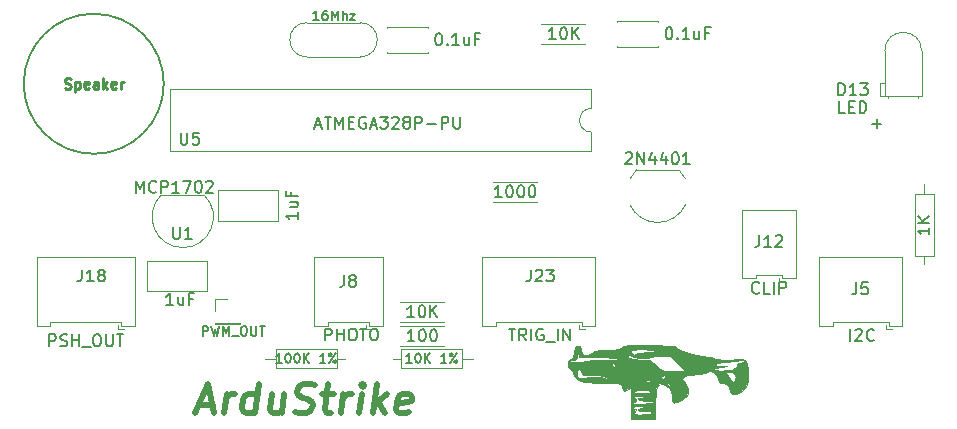
<source format=gto>
G04 #@! TF.FileFunction,Legend,Top*
%FSLAX46Y46*%
G04 Gerber Fmt 4.6, Leading zero omitted, Abs format (unit mm)*
G04 Created by KiCad (PCBNEW 4.0.7) date 06/15/19 11:15:53*
%MOMM*%
%LPD*%
G01*
G04 APERTURE LIST*
%ADD10C,0.100000*%
%ADD11C,0.150000*%
%ADD12C,0.200000*%
%ADD13C,0.500000*%
%ADD14C,0.120000*%
%ADD15C,0.010000*%
%ADD16C,0.222250*%
G04 APERTURE END LIST*
D10*
D11*
X202811143Y-95575381D02*
X202334952Y-95575381D01*
X202334952Y-94575381D01*
X203144476Y-95051571D02*
X203477810Y-95051571D01*
X203620667Y-95575381D02*
X203144476Y-95575381D01*
X203144476Y-94575381D01*
X203620667Y-94575381D01*
X204049238Y-95575381D02*
X204049238Y-94575381D01*
X204287333Y-94575381D01*
X204430191Y-94623000D01*
X204525429Y-94718238D01*
X204573048Y-94813476D01*
X204620667Y-95003952D01*
X204620667Y-95146810D01*
X204573048Y-95337286D01*
X204525429Y-95432524D01*
X204430191Y-95527762D01*
X204287333Y-95575381D01*
X204049238Y-95575381D01*
D12*
X205105048Y-96464429D02*
X205866953Y-96464429D01*
X205486001Y-96845381D02*
X205486001Y-96083476D01*
D13*
X148078357Y-120281667D02*
X149268834Y-120281667D01*
X147750976Y-120995952D02*
X148896810Y-118495952D01*
X149417643Y-120995952D01*
X150250976Y-120995952D02*
X150459309Y-119329286D01*
X150399786Y-119805476D02*
X150548595Y-119567381D01*
X150682523Y-119448333D01*
X150935500Y-119329286D01*
X151173595Y-119329286D01*
X152870024Y-120995952D02*
X153182524Y-118495952D01*
X152884905Y-120876905D02*
X152631928Y-120995952D01*
X152155738Y-120995952D01*
X151932524Y-120876905D01*
X151828357Y-120757857D01*
X151739071Y-120519762D01*
X151828357Y-119805476D01*
X151977166Y-119567381D01*
X152111095Y-119448333D01*
X152364071Y-119329286D01*
X152840261Y-119329286D01*
X153063476Y-119448333D01*
X155340262Y-119329286D02*
X155131929Y-120995952D01*
X154268833Y-119329286D02*
X154105143Y-120638810D01*
X154194429Y-120876905D01*
X154417643Y-120995952D01*
X154774786Y-120995952D01*
X155027762Y-120876905D01*
X155161691Y-120757857D01*
X156218238Y-120876905D02*
X156560500Y-120995952D01*
X157155738Y-120995952D01*
X157408715Y-120876905D01*
X157542643Y-120757857D01*
X157691453Y-120519762D01*
X157721215Y-120281667D01*
X157631929Y-120043571D01*
X157527763Y-119924524D01*
X157304548Y-119805476D01*
X156843238Y-119686429D01*
X156620024Y-119567381D01*
X156515857Y-119448333D01*
X156426571Y-119210238D01*
X156456333Y-118972143D01*
X156605143Y-118734048D01*
X156739072Y-118615000D01*
X156992048Y-118495952D01*
X157587286Y-118495952D01*
X157929548Y-118615000D01*
X158554547Y-119329286D02*
X159506928Y-119329286D01*
X159015857Y-118495952D02*
X158748000Y-120638810D01*
X158837286Y-120876905D01*
X159060500Y-120995952D01*
X159298595Y-120995952D01*
X160131928Y-120995952D02*
X160340261Y-119329286D01*
X160280738Y-119805476D02*
X160429547Y-119567381D01*
X160563475Y-119448333D01*
X160816452Y-119329286D01*
X161054547Y-119329286D01*
X161679547Y-120995952D02*
X161887880Y-119329286D01*
X161992047Y-118495952D02*
X161858118Y-118615000D01*
X161962285Y-118734048D01*
X162096214Y-118615000D01*
X161992047Y-118495952D01*
X161962285Y-118734048D01*
X162870023Y-120995952D02*
X163182523Y-118495952D01*
X163227166Y-120043571D02*
X163822404Y-120995952D01*
X164030737Y-119329286D02*
X162959309Y-120281667D01*
X165861095Y-120876905D02*
X165608119Y-120995952D01*
X165131928Y-120995952D01*
X164908714Y-120876905D01*
X164819428Y-120638810D01*
X164938475Y-119686429D01*
X165087285Y-119448333D01*
X165340261Y-119329286D01*
X165816452Y-119329286D01*
X166039666Y-119448333D01*
X166128952Y-119686429D01*
X166099191Y-119924524D01*
X164878952Y-120162619D01*
D14*
X206248000Y-113515000D02*
X206248000Y-113815000D01*
X206248000Y-113815000D02*
X206748000Y-113815000D01*
X204123000Y-113265000D02*
X206498000Y-113265000D01*
X206498000Y-113265000D02*
X206498000Y-113565000D01*
X206498000Y-113565000D02*
X207648000Y-113565000D01*
X207648000Y-113565000D02*
X207648000Y-107765000D01*
X207648000Y-107765000D02*
X204123000Y-107765000D01*
X204123000Y-113265000D02*
X201748000Y-113265000D01*
X201748000Y-113265000D02*
X201748000Y-113565000D01*
X201748000Y-113565000D02*
X200598000Y-113565000D01*
X200598000Y-113565000D02*
X200598000Y-107765000D01*
X200598000Y-107765000D02*
X204123000Y-107765000D01*
X168825000Y-113255000D02*
X165105000Y-113255000D01*
X168825000Y-111535000D02*
X165105000Y-111535000D01*
D11*
X145121690Y-93091000D02*
G75*
G03X145121690Y-93091000I-5929690J0D01*
G01*
D14*
X181328000Y-97175000D02*
G75*
G02X181328000Y-95175000I0J1000000D01*
G01*
X181328000Y-95175000D02*
X181328000Y-93525000D01*
X181328000Y-93525000D02*
X145648000Y-93525000D01*
X145648000Y-93525000D02*
X145648000Y-98825000D01*
X145648000Y-98825000D02*
X181328000Y-98825000D01*
X181328000Y-98825000D02*
X181328000Y-97175000D01*
D10*
X154598000Y-116365000D02*
X153698000Y-116365000D01*
X159798000Y-116365000D02*
X160498000Y-116365000D01*
X159798000Y-115565000D02*
X159798000Y-117165000D01*
X159798000Y-117165000D02*
X154598000Y-117165000D01*
X154598000Y-117165000D02*
X154598000Y-115565000D01*
X154598000Y-115565000D02*
X159798000Y-115565000D01*
D14*
X157248000Y-87915000D02*
X161748000Y-87915000D01*
X157248000Y-90815000D02*
X161748000Y-90815000D01*
X157248000Y-90815000D02*
G75*
G02X157248000Y-87915000I0J1450000D01*
G01*
X161748000Y-90815000D02*
G75*
G03X161748000Y-87915000I0J1450000D01*
G01*
X149688000Y-102055000D02*
X154808000Y-102055000D01*
X149688000Y-104675000D02*
X154808000Y-104675000D01*
X149688000Y-102055000D02*
X149688000Y-104675000D01*
X154808000Y-102055000D02*
X154808000Y-104675000D01*
X143688000Y-108055000D02*
X148808000Y-108055000D01*
X143688000Y-110675000D02*
X148808000Y-110675000D01*
X143688000Y-108055000D02*
X143688000Y-110675000D01*
X148808000Y-108055000D02*
X148808000Y-110675000D01*
X206168000Y-90295000D02*
G75*
G02X209288000Y-90295000I1560000J0D01*
G01*
X209288000Y-94155000D02*
X209288000Y-90295000D01*
X206168000Y-94155000D02*
X206168000Y-90295000D01*
X209288000Y-94155000D02*
X206168000Y-94155000D01*
X205768000Y-94155000D02*
X205768000Y-93035000D01*
X205768000Y-93035000D02*
X206168000Y-93035000D01*
X206168000Y-93035000D02*
X206168000Y-94155000D01*
X206168000Y-94155000D02*
X205768000Y-94155000D01*
X208998000Y-94285000D02*
X208998000Y-94155000D01*
X208998000Y-94155000D02*
X208998000Y-94155000D01*
X208998000Y-94155000D02*
X208998000Y-94285000D01*
X208998000Y-94285000D02*
X208998000Y-94285000D01*
X206458000Y-94285000D02*
X206458000Y-94155000D01*
X206458000Y-94155000D02*
X206458000Y-94155000D01*
X206458000Y-94155000D02*
X206458000Y-94285000D01*
X206458000Y-94285000D02*
X206458000Y-94285000D01*
X197248000Y-109515000D02*
X197248000Y-109815000D01*
X197248000Y-109815000D02*
X197748000Y-109815000D01*
X196373000Y-109265000D02*
X197498000Y-109265000D01*
X197498000Y-109265000D02*
X197498000Y-109565000D01*
X197498000Y-109565000D02*
X198648000Y-109565000D01*
X198648000Y-109565000D02*
X198648000Y-103765000D01*
X198648000Y-103765000D02*
X196373000Y-103765000D01*
X196373000Y-109265000D02*
X195248000Y-109265000D01*
X195248000Y-109265000D02*
X195248000Y-109565000D01*
X195248000Y-109565000D02*
X194098000Y-109565000D01*
X194098000Y-109565000D02*
X194098000Y-103765000D01*
X194098000Y-103765000D02*
X196373000Y-103765000D01*
X148528000Y-102515000D02*
X144928000Y-102515000D01*
X148566478Y-102526522D02*
G75*
G02X146728000Y-106965000I-1838478J-1838478D01*
G01*
X144889522Y-102526522D02*
G75*
G03X146728000Y-106965000I1838478J-1838478D01*
G01*
X167508000Y-90475000D02*
X163988000Y-90475000D01*
X167508000Y-88255000D02*
X163988000Y-88255000D01*
X167508000Y-90475000D02*
X167508000Y-90361000D01*
X167508000Y-88369000D02*
X167508000Y-88255000D01*
X163988000Y-90475000D02*
X163988000Y-90361000D01*
X163988000Y-88369000D02*
X163988000Y-88255000D01*
D10*
X170398000Y-116365000D02*
X171298000Y-116365000D01*
X165198000Y-116365000D02*
X164498000Y-116365000D01*
X165198000Y-117165000D02*
X165198000Y-115565000D01*
X165198000Y-115565000D02*
X170398000Y-115565000D01*
X170398000Y-115565000D02*
X170398000Y-117165000D01*
X170398000Y-117165000D02*
X165198000Y-117165000D01*
X209498000Y-102465000D02*
X209498000Y-101565000D01*
X209498000Y-107665000D02*
X209498000Y-108365000D01*
X210298000Y-107665000D02*
X208698000Y-107665000D01*
X208698000Y-107665000D02*
X208698000Y-102465000D01*
X208698000Y-102465000D02*
X210298000Y-102465000D01*
X210298000Y-102465000D02*
X210298000Y-107665000D01*
D15*
G36*
X186086794Y-115209769D02*
X186278582Y-115213793D01*
X187061891Y-115232649D01*
X187631870Y-115254238D01*
X188030446Y-115284345D01*
X188299548Y-115328755D01*
X188481103Y-115393255D01*
X188617039Y-115483629D01*
X188687225Y-115546155D01*
X189006033Y-115750981D01*
X189328090Y-115833341D01*
X189602811Y-115870486D01*
X189730566Y-115942122D01*
X189882317Y-116005646D01*
X190218571Y-116070668D01*
X190668989Y-116123853D01*
X190706379Y-116127074D01*
X191184614Y-116185625D01*
X191575228Y-116266837D01*
X191795827Y-116353448D01*
X191799074Y-116356046D01*
X192020610Y-116435218D01*
X192445369Y-116461611D01*
X193096456Y-116436720D01*
X193733358Y-116405301D01*
X194157910Y-116432336D01*
X194411942Y-116552623D01*
X194537281Y-116800965D01*
X194575757Y-117212160D01*
X194572448Y-117664705D01*
X194553670Y-118185243D01*
X194508798Y-118526318D01*
X194416910Y-118763689D01*
X194257087Y-118973118D01*
X194191924Y-119042701D01*
X193861912Y-119290310D01*
X193522861Y-119397298D01*
X193239013Y-119362070D01*
X193074614Y-119183034D01*
X193056692Y-119070856D01*
X192966432Y-118726303D01*
X192751707Y-118487475D01*
X192479651Y-118425821D01*
X192455641Y-118431143D01*
X192221964Y-118395967D01*
X192147965Y-118280469D01*
X192052540Y-118067010D01*
X192358804Y-118067010D01*
X192422623Y-118130829D01*
X192486442Y-118067010D01*
X192422623Y-118003191D01*
X192358804Y-118067010D01*
X192052540Y-118067010D01*
X191930278Y-117793520D01*
X191812707Y-117662822D01*
X192018435Y-117662822D01*
X192035956Y-117738703D01*
X192103527Y-117747914D01*
X192208588Y-117701213D01*
X192188619Y-117662822D01*
X192037143Y-117647546D01*
X192018435Y-117662822D01*
X191812707Y-117662822D01*
X191660243Y-117493337D01*
X191657982Y-117492638D01*
X192601089Y-117492638D01*
X192951260Y-117951736D01*
X193172867Y-118224023D01*
X193308530Y-118313722D01*
X193417397Y-118248283D01*
X193463363Y-118189381D01*
X193555914Y-117903002D01*
X193498111Y-117730282D01*
X193256507Y-117535513D01*
X192986008Y-117492638D01*
X192601089Y-117492638D01*
X191657982Y-117492638D01*
X191368531Y-117403187D01*
X191128644Y-117507242D01*
X190930515Y-117580108D01*
X190553775Y-117651065D01*
X190074806Y-117706207D01*
X190005168Y-117711781D01*
X189435546Y-117781442D01*
X189109111Y-117892158D01*
X189015643Y-118054131D01*
X189144925Y-118277563D01*
X189295487Y-118420309D01*
X189452343Y-118652508D01*
X189526973Y-118960379D01*
X189525458Y-119274553D01*
X189453878Y-119525665D01*
X189318315Y-119644347D01*
X189190939Y-119612938D01*
X189016902Y-119624843D01*
X188965490Y-119680126D01*
X188947264Y-119768500D01*
X189040211Y-119726306D01*
X189147270Y-119692837D01*
X189116218Y-119770404D01*
X188922519Y-119899056D01*
X188802929Y-119917763D01*
X188531048Y-119992586D01*
X188441954Y-120056523D01*
X188282894Y-120109712D01*
X188167745Y-119954577D01*
X188121262Y-119637354D01*
X188125657Y-119526538D01*
X188816229Y-119526538D01*
X188833688Y-119534849D01*
X188950169Y-119444994D01*
X188976392Y-119407211D01*
X189008917Y-119287883D01*
X188991457Y-119279572D01*
X188874977Y-119369427D01*
X188848753Y-119407211D01*
X188816229Y-119526538D01*
X188125657Y-119526538D01*
X188127899Y-119470041D01*
X188061908Y-119062815D01*
X187866831Y-118814853D01*
X187586686Y-118619040D01*
X187328800Y-118506211D01*
X187763829Y-118506211D01*
X187856483Y-118636187D01*
X187891467Y-118641382D01*
X188015787Y-118597833D01*
X188019105Y-118585095D01*
X187929665Y-118476122D01*
X187891467Y-118449924D01*
X187773851Y-118460044D01*
X187763829Y-118506211D01*
X187328800Y-118506211D01*
X187277932Y-118483956D01*
X187016197Y-118432067D01*
X186877109Y-118485837D01*
X186870362Y-118518844D01*
X186956103Y-118597306D01*
X187029909Y-118575630D01*
X187073966Y-118576759D01*
X186966090Y-118677897D01*
X186861394Y-118804404D01*
X186794605Y-119011076D01*
X186757995Y-119349030D01*
X186743835Y-119869377D01*
X186742723Y-120155201D01*
X186742723Y-121449422D01*
X184700512Y-121449422D01*
X184700512Y-120577143D01*
X184828150Y-120577143D01*
X184907155Y-120640613D01*
X184955789Y-120619773D01*
X185073593Y-120625608D01*
X185083427Y-120668527D01*
X184989633Y-120846674D01*
X184942162Y-120883472D01*
X184859651Y-120993623D01*
X185008885Y-121066738D01*
X185368364Y-121097921D01*
X185836342Y-121087080D01*
X186244121Y-121047098D01*
X186526030Y-120986320D01*
X186615085Y-120927532D01*
X186499665Y-120863838D01*
X186201932Y-120821594D01*
X185913075Y-120811231D01*
X185456405Y-120783417D01*
X185243987Y-120716641D01*
X185272939Y-120635897D01*
X185540378Y-120566183D01*
X185944985Y-120534497D01*
X186678904Y-120513040D01*
X185913075Y-120437370D01*
X185361185Y-120396926D01*
X185022138Y-120411373D01*
X184858457Y-120485540D01*
X184828150Y-120577143D01*
X184700512Y-120577143D01*
X184700512Y-120141130D01*
X184827863Y-120141130D01*
X184944307Y-120182730D01*
X185251077Y-120202356D01*
X185683869Y-120196168D01*
X185721330Y-120194475D01*
X186161812Y-120158268D01*
X186481014Y-120102816D01*
X186614375Y-120039645D01*
X186615085Y-120034928D01*
X186499666Y-119970761D01*
X186201936Y-119928204D01*
X185913075Y-119917763D01*
X185460790Y-119888775D01*
X185245258Y-119819653D01*
X185269573Y-119737168D01*
X185536831Y-119668086D01*
X185881166Y-119641682D01*
X186551266Y-119620878D01*
X185849256Y-119543863D01*
X185312157Y-119502029D01*
X184988736Y-119523537D01*
X184844206Y-119613150D01*
X184828150Y-119683676D01*
X184907155Y-119747145D01*
X184955789Y-119726306D01*
X185065060Y-119755242D01*
X185083427Y-119846412D01*
X185016787Y-120021048D01*
X184955789Y-120045402D01*
X184831416Y-120118933D01*
X184827863Y-120141130D01*
X184700512Y-120141130D01*
X184700512Y-120089438D01*
X184699034Y-119489339D01*
X184691537Y-119206992D01*
X184837434Y-119206992D01*
X184889460Y-119277128D01*
X185177583Y-119309721D01*
X185693258Y-119302313D01*
X185722365Y-119300968D01*
X186156991Y-119264865D01*
X186450142Y-119209827D01*
X186547090Y-119146470D01*
X186544768Y-119141420D01*
X186383959Y-119075015D01*
X186060154Y-119035804D01*
X185664424Y-119026173D01*
X185287840Y-119048504D01*
X185030047Y-119101771D01*
X184837434Y-119206992D01*
X184691537Y-119206992D01*
X184688885Y-119107145D01*
X184661494Y-118905486D01*
X184608292Y-118846990D01*
X184520707Y-118894286D01*
X184442220Y-118963206D01*
X184190103Y-119103812D01*
X184011632Y-119000750D01*
X183913454Y-118705402D01*
X183869744Y-118587482D01*
X183763610Y-118502463D01*
X183558896Y-118445150D01*
X183219449Y-118410350D01*
X182709113Y-118392866D01*
X181991734Y-118387505D01*
X181701015Y-118387513D01*
X180953618Y-118362822D01*
X180697042Y-118322286D01*
X185338703Y-118322286D01*
X185402522Y-118386105D01*
X185466341Y-118322286D01*
X185593980Y-118322286D01*
X185657799Y-118386105D01*
X185721618Y-118322286D01*
X185657799Y-118258467D01*
X185593980Y-118322286D01*
X185466341Y-118322286D01*
X185402522Y-118258467D01*
X185338703Y-118322286D01*
X180697042Y-118322286D01*
X180426851Y-118279599D01*
X180365610Y-118251795D01*
X185917199Y-118251795D01*
X185961050Y-118314875D01*
X186141805Y-118315352D01*
X186351783Y-118263727D01*
X186462171Y-118198651D01*
X186412716Y-118145448D01*
X186260976Y-118130829D01*
X186009893Y-118182032D01*
X185917199Y-118251795D01*
X180365610Y-118251795D01*
X180090543Y-118126914D01*
X179914525Y-117893840D01*
X179874947Y-117726045D01*
X179808984Y-117567943D01*
X180096813Y-117567943D01*
X180137735Y-117825529D01*
X180267105Y-118006296D01*
X180328904Y-118031493D01*
X180550954Y-118035472D01*
X180616090Y-118003633D01*
X180766426Y-117966222D01*
X181101135Y-117938800D01*
X181549350Y-117927040D01*
X181573377Y-117926965D01*
X182033033Y-117944139D01*
X182390318Y-117990945D01*
X182570159Y-118057390D01*
X182572290Y-118059913D01*
X182640061Y-118097646D01*
X182625835Y-118003191D01*
X182552416Y-117921381D01*
X187178384Y-117921381D01*
X187188900Y-118002289D01*
X187372534Y-118125502D01*
X187377772Y-118122518D01*
X187922761Y-118122518D01*
X187940221Y-118130829D01*
X188056701Y-118040974D01*
X188082924Y-118003191D01*
X188115449Y-117883863D01*
X188097990Y-117875552D01*
X187981509Y-117965407D01*
X187955286Y-118003191D01*
X187922761Y-118122518D01*
X187377772Y-118122518D01*
X187562568Y-118017263D01*
X187577620Y-117994699D01*
X187606437Y-117815811D01*
X187594633Y-117811733D01*
X187763829Y-117811733D01*
X187827648Y-117875552D01*
X187891467Y-117811733D01*
X187827648Y-117747914D01*
X187763829Y-117811733D01*
X187594633Y-117811733D01*
X187448894Y-117761385D01*
X187314510Y-117795064D01*
X187178384Y-117921381D01*
X182552416Y-117921381D01*
X182533471Y-117900272D01*
X182294885Y-117832214D01*
X181867562Y-117790139D01*
X181531194Y-117774662D01*
X181014555Y-117750424D01*
X180702761Y-117713663D01*
X180545384Y-117650492D01*
X180491996Y-117547021D01*
X180488452Y-117487476D01*
X180407376Y-117283423D01*
X180296995Y-117237361D01*
X180148510Y-117337300D01*
X180096813Y-117567943D01*
X179808984Y-117567943D01*
X179751476Y-117430109D01*
X179587761Y-117326127D01*
X179396990Y-117165631D01*
X179378493Y-117093788D01*
X180649255Y-117093788D01*
X180742756Y-117032613D01*
X180759567Y-117016122D01*
X180835535Y-116890022D01*
X183047112Y-116890022D01*
X183126308Y-117024631D01*
X183291003Y-117114195D01*
X183339711Y-117071778D01*
X183759101Y-117071778D01*
X183934683Y-117089570D01*
X184028295Y-117079207D01*
X184372957Y-117079207D01*
X184498418Y-117099647D01*
X184663967Y-117076179D01*
X184665944Y-117032608D01*
X184495114Y-117002139D01*
X184421304Y-117022532D01*
X184372957Y-117079207D01*
X184028295Y-117079207D01*
X184115882Y-117069511D01*
X184094231Y-117025191D01*
X183832911Y-117008333D01*
X183775135Y-117025191D01*
X183759101Y-117071778D01*
X183339711Y-117071778D01*
X183364050Y-117050583D01*
X183306793Y-116930678D01*
X183226116Y-116765446D01*
X183318970Y-116688863D01*
X183759101Y-116688863D01*
X183934683Y-116706655D01*
X184028290Y-116696293D01*
X184372957Y-116696293D01*
X184498418Y-116716732D01*
X184663967Y-116693265D01*
X184665944Y-116649694D01*
X184495114Y-116619224D01*
X184421304Y-116639617D01*
X184372957Y-116696293D01*
X184028290Y-116696293D01*
X184115882Y-116686597D01*
X184094231Y-116642276D01*
X183832911Y-116625418D01*
X183775135Y-116642276D01*
X183759101Y-116688863D01*
X183318970Y-116688863D01*
X183323074Y-116685479D01*
X183379391Y-116628173D01*
X183264583Y-116609247D01*
X183079737Y-116693073D01*
X183047112Y-116890022D01*
X180835535Y-116890022D01*
X180860386Y-116848773D01*
X180847467Y-116790628D01*
X181509558Y-116790628D01*
X181573377Y-116854447D01*
X181637196Y-116790628D01*
X182403025Y-116790628D01*
X182466844Y-116854447D01*
X182530663Y-116790628D01*
X182466844Y-116726809D01*
X182403025Y-116790628D01*
X181637196Y-116790628D01*
X181573377Y-116726809D01*
X181509558Y-116790628D01*
X180847467Y-116790628D01*
X180846716Y-116787250D01*
X180751770Y-116825554D01*
X180688116Y-116944671D01*
X180649255Y-117093788D01*
X179378493Y-117093788D01*
X179325127Y-116886518D01*
X179372111Y-116596031D01*
X179375402Y-116592167D01*
X179467346Y-116592167D01*
X179579948Y-116653933D01*
X179863435Y-116667500D01*
X180009809Y-116656908D01*
X180446645Y-116620881D01*
X180838771Y-116602687D01*
X180903276Y-116602119D01*
X181158010Y-116572223D01*
X181253995Y-116505469D01*
X181372235Y-116467906D01*
X181690800Y-116445758D01*
X182155067Y-116441500D01*
X182497311Y-116449103D01*
X183012535Y-116457756D01*
X183403838Y-116447884D01*
X183621940Y-116421735D01*
X183647105Y-116396684D01*
X183477014Y-116346981D01*
X183102423Y-116301821D01*
X182574103Y-116264383D01*
X182188316Y-116248165D01*
X184349114Y-116248165D01*
X184512307Y-116346806D01*
X184922056Y-116414725D01*
X185405835Y-116445441D01*
X185916067Y-116470634D01*
X186248953Y-116517551D01*
X186482355Y-116613649D01*
X186694138Y-116786385D01*
X186863430Y-116959422D01*
X187106254Y-117202377D01*
X187311917Y-117344157D01*
X187560701Y-117411663D01*
X187932888Y-117431800D01*
X188274382Y-117432247D01*
X189231668Y-117428819D01*
X189083298Y-117278927D01*
X191580082Y-117278927D01*
X191807638Y-117350054D01*
X191848251Y-117357336D01*
X192280980Y-117387822D01*
X192771688Y-117360922D01*
X193213003Y-117287620D01*
X193480305Y-117190379D01*
X193623350Y-116988376D01*
X193635186Y-116910733D01*
X193746374Y-116764851D01*
X193954281Y-116726809D01*
X194194059Y-116677580D01*
X194273377Y-116582857D01*
X194161001Y-116497315D01*
X193820048Y-116511986D01*
X193754724Y-116521842D01*
X193325146Y-116583057D01*
X192791735Y-116649217D01*
X192478342Y-116683976D01*
X192021643Y-116754071D01*
X191777433Y-116837033D01*
X191756197Y-116917293D01*
X191968421Y-116979287D01*
X192263075Y-117003541D01*
X192805537Y-117024998D01*
X192294985Y-117071827D01*
X191836141Y-117131898D01*
X191593711Y-117203570D01*
X191580082Y-117278927D01*
X189083298Y-117278927D01*
X187955286Y-116139345D01*
X187106216Y-116145891D01*
X186688997Y-116162123D01*
X186405315Y-116198466D01*
X186315419Y-116247123D01*
X186316010Y-116248165D01*
X186234552Y-116300182D01*
X185962819Y-116334949D01*
X185672864Y-116343894D01*
X185270933Y-116322404D01*
X184981816Y-116267094D01*
X184891970Y-116216256D01*
X184796337Y-116152437D01*
X185593980Y-116152437D01*
X185657799Y-116216256D01*
X185721618Y-116152437D01*
X185849256Y-116152437D01*
X185913075Y-116216256D01*
X185976894Y-116152437D01*
X185913075Y-116088618D01*
X185849256Y-116152437D01*
X185721618Y-116152437D01*
X185657799Y-116088618D01*
X185593980Y-116152437D01*
X184796337Y-116152437D01*
X184733305Y-116110374D01*
X184520433Y-116093652D01*
X184365009Y-116159528D01*
X184349114Y-116248165D01*
X182188316Y-116248165D01*
X181942827Y-116237845D01*
X181259367Y-116225385D01*
X180911391Y-116225445D01*
X180249405Y-116230007D01*
X180198928Y-115744488D01*
X180168368Y-115476579D01*
X180149902Y-115431833D01*
X180136258Y-115622462D01*
X180126994Y-115865251D01*
X180101452Y-116232522D01*
X180034106Y-116411216D01*
X179887512Y-116467995D01*
X179786442Y-116471532D01*
X179546533Y-116512843D01*
X179467346Y-116592167D01*
X179375402Y-116592167D01*
X179537883Y-116401413D01*
X179588288Y-116382628D01*
X179764624Y-116262835D01*
X179854980Y-115981721D01*
X179875473Y-115788296D01*
X179923845Y-115443198D01*
X180025356Y-115288604D01*
X180169357Y-115258969D01*
X180360686Y-115325739D01*
X180451353Y-115566295D01*
X180464629Y-115673794D01*
X180570854Y-115993378D01*
X180806385Y-116093031D01*
X181012892Y-116024799D01*
X181892472Y-116024799D01*
X181956291Y-116088618D01*
X182020110Y-116024799D01*
X182147748Y-116024799D01*
X182211568Y-116088618D01*
X182275387Y-116024799D01*
X182658301Y-116024799D01*
X182722120Y-116088618D01*
X182785939Y-116024799D01*
X182764666Y-116003526D01*
X183083762Y-116003526D01*
X183101283Y-116079406D01*
X183168854Y-116088618D01*
X183273915Y-116041917D01*
X183253946Y-116003526D01*
X183102469Y-115988250D01*
X183083762Y-116003526D01*
X182764666Y-116003526D01*
X182722120Y-115960980D01*
X182658301Y-116024799D01*
X182275387Y-116024799D01*
X182211568Y-115960980D01*
X182147748Y-116024799D01*
X182020110Y-116024799D01*
X181956291Y-115960980D01*
X181892472Y-116024799D01*
X181012892Y-116024799D01*
X181170746Y-115972643D01*
X181338218Y-115872242D01*
X181492037Y-115808574D01*
X184657770Y-115808574D01*
X184781619Y-115988809D01*
X184948366Y-116087643D01*
X184963884Y-116088618D01*
X185121052Y-115996616D01*
X185147246Y-115960980D01*
X185297921Y-115897160D01*
X188657296Y-115897160D01*
X188721115Y-115960980D01*
X188784934Y-115897160D01*
X188721115Y-115833341D01*
X188657296Y-115897160D01*
X185297921Y-115897160D01*
X185307778Y-115892985D01*
X185643821Y-115846685D01*
X185991960Y-115833341D01*
X186428810Y-115814360D01*
X186657176Y-115760738D01*
X186662106Y-115748249D01*
X188189290Y-115748249D01*
X188206810Y-115824130D01*
X188274382Y-115833341D01*
X188379442Y-115786641D01*
X188359474Y-115748249D01*
X188207997Y-115732973D01*
X188189290Y-115748249D01*
X186662106Y-115748249D01*
X186678904Y-115705703D01*
X186523779Y-115647343D01*
X186192968Y-115605756D01*
X185765614Y-115582655D01*
X185320864Y-115579749D01*
X184937862Y-115598749D01*
X184695753Y-115641365D01*
X184659074Y-115662050D01*
X184657770Y-115808574D01*
X181492037Y-115808574D01*
X181662435Y-115738044D01*
X182156741Y-115663760D01*
X182667520Y-115642547D01*
X183234565Y-115619522D01*
X183608610Y-115560759D01*
X183655597Y-115540120D01*
X187971161Y-115540120D01*
X188146743Y-115557912D01*
X188327942Y-115537853D01*
X188306291Y-115493533D01*
X188044972Y-115476674D01*
X187987196Y-115493533D01*
X187971161Y-115540120D01*
X183655597Y-115540120D01*
X183850815Y-115454371D01*
X183921076Y-115398922D01*
X184039132Y-115313262D01*
X184200124Y-115253514D01*
X184444718Y-115216485D01*
X184813582Y-115198980D01*
X185347385Y-115197806D01*
X186086794Y-115209769D01*
X186086794Y-115209769D01*
G37*
X186086794Y-115209769D02*
X186278582Y-115213793D01*
X187061891Y-115232649D01*
X187631870Y-115254238D01*
X188030446Y-115284345D01*
X188299548Y-115328755D01*
X188481103Y-115393255D01*
X188617039Y-115483629D01*
X188687225Y-115546155D01*
X189006033Y-115750981D01*
X189328090Y-115833341D01*
X189602811Y-115870486D01*
X189730566Y-115942122D01*
X189882317Y-116005646D01*
X190218571Y-116070668D01*
X190668989Y-116123853D01*
X190706379Y-116127074D01*
X191184614Y-116185625D01*
X191575228Y-116266837D01*
X191795827Y-116353448D01*
X191799074Y-116356046D01*
X192020610Y-116435218D01*
X192445369Y-116461611D01*
X193096456Y-116436720D01*
X193733358Y-116405301D01*
X194157910Y-116432336D01*
X194411942Y-116552623D01*
X194537281Y-116800965D01*
X194575757Y-117212160D01*
X194572448Y-117664705D01*
X194553670Y-118185243D01*
X194508798Y-118526318D01*
X194416910Y-118763689D01*
X194257087Y-118973118D01*
X194191924Y-119042701D01*
X193861912Y-119290310D01*
X193522861Y-119397298D01*
X193239013Y-119362070D01*
X193074614Y-119183034D01*
X193056692Y-119070856D01*
X192966432Y-118726303D01*
X192751707Y-118487475D01*
X192479651Y-118425821D01*
X192455641Y-118431143D01*
X192221964Y-118395967D01*
X192147965Y-118280469D01*
X192052540Y-118067010D01*
X192358804Y-118067010D01*
X192422623Y-118130829D01*
X192486442Y-118067010D01*
X192422623Y-118003191D01*
X192358804Y-118067010D01*
X192052540Y-118067010D01*
X191930278Y-117793520D01*
X191812707Y-117662822D01*
X192018435Y-117662822D01*
X192035956Y-117738703D01*
X192103527Y-117747914D01*
X192208588Y-117701213D01*
X192188619Y-117662822D01*
X192037143Y-117647546D01*
X192018435Y-117662822D01*
X191812707Y-117662822D01*
X191660243Y-117493337D01*
X191657982Y-117492638D01*
X192601089Y-117492638D01*
X192951260Y-117951736D01*
X193172867Y-118224023D01*
X193308530Y-118313722D01*
X193417397Y-118248283D01*
X193463363Y-118189381D01*
X193555914Y-117903002D01*
X193498111Y-117730282D01*
X193256507Y-117535513D01*
X192986008Y-117492638D01*
X192601089Y-117492638D01*
X191657982Y-117492638D01*
X191368531Y-117403187D01*
X191128644Y-117507242D01*
X190930515Y-117580108D01*
X190553775Y-117651065D01*
X190074806Y-117706207D01*
X190005168Y-117711781D01*
X189435546Y-117781442D01*
X189109111Y-117892158D01*
X189015643Y-118054131D01*
X189144925Y-118277563D01*
X189295487Y-118420309D01*
X189452343Y-118652508D01*
X189526973Y-118960379D01*
X189525458Y-119274553D01*
X189453878Y-119525665D01*
X189318315Y-119644347D01*
X189190939Y-119612938D01*
X189016902Y-119624843D01*
X188965490Y-119680126D01*
X188947264Y-119768500D01*
X189040211Y-119726306D01*
X189147270Y-119692837D01*
X189116218Y-119770404D01*
X188922519Y-119899056D01*
X188802929Y-119917763D01*
X188531048Y-119992586D01*
X188441954Y-120056523D01*
X188282894Y-120109712D01*
X188167745Y-119954577D01*
X188121262Y-119637354D01*
X188125657Y-119526538D01*
X188816229Y-119526538D01*
X188833688Y-119534849D01*
X188950169Y-119444994D01*
X188976392Y-119407211D01*
X189008917Y-119287883D01*
X188991457Y-119279572D01*
X188874977Y-119369427D01*
X188848753Y-119407211D01*
X188816229Y-119526538D01*
X188125657Y-119526538D01*
X188127899Y-119470041D01*
X188061908Y-119062815D01*
X187866831Y-118814853D01*
X187586686Y-118619040D01*
X187328800Y-118506211D01*
X187763829Y-118506211D01*
X187856483Y-118636187D01*
X187891467Y-118641382D01*
X188015787Y-118597833D01*
X188019105Y-118585095D01*
X187929665Y-118476122D01*
X187891467Y-118449924D01*
X187773851Y-118460044D01*
X187763829Y-118506211D01*
X187328800Y-118506211D01*
X187277932Y-118483956D01*
X187016197Y-118432067D01*
X186877109Y-118485837D01*
X186870362Y-118518844D01*
X186956103Y-118597306D01*
X187029909Y-118575630D01*
X187073966Y-118576759D01*
X186966090Y-118677897D01*
X186861394Y-118804404D01*
X186794605Y-119011076D01*
X186757995Y-119349030D01*
X186743835Y-119869377D01*
X186742723Y-120155201D01*
X186742723Y-121449422D01*
X184700512Y-121449422D01*
X184700512Y-120577143D01*
X184828150Y-120577143D01*
X184907155Y-120640613D01*
X184955789Y-120619773D01*
X185073593Y-120625608D01*
X185083427Y-120668527D01*
X184989633Y-120846674D01*
X184942162Y-120883472D01*
X184859651Y-120993623D01*
X185008885Y-121066738D01*
X185368364Y-121097921D01*
X185836342Y-121087080D01*
X186244121Y-121047098D01*
X186526030Y-120986320D01*
X186615085Y-120927532D01*
X186499665Y-120863838D01*
X186201932Y-120821594D01*
X185913075Y-120811231D01*
X185456405Y-120783417D01*
X185243987Y-120716641D01*
X185272939Y-120635897D01*
X185540378Y-120566183D01*
X185944985Y-120534497D01*
X186678904Y-120513040D01*
X185913075Y-120437370D01*
X185361185Y-120396926D01*
X185022138Y-120411373D01*
X184858457Y-120485540D01*
X184828150Y-120577143D01*
X184700512Y-120577143D01*
X184700512Y-120141130D01*
X184827863Y-120141130D01*
X184944307Y-120182730D01*
X185251077Y-120202356D01*
X185683869Y-120196168D01*
X185721330Y-120194475D01*
X186161812Y-120158268D01*
X186481014Y-120102816D01*
X186614375Y-120039645D01*
X186615085Y-120034928D01*
X186499666Y-119970761D01*
X186201936Y-119928204D01*
X185913075Y-119917763D01*
X185460790Y-119888775D01*
X185245258Y-119819653D01*
X185269573Y-119737168D01*
X185536831Y-119668086D01*
X185881166Y-119641682D01*
X186551266Y-119620878D01*
X185849256Y-119543863D01*
X185312157Y-119502029D01*
X184988736Y-119523537D01*
X184844206Y-119613150D01*
X184828150Y-119683676D01*
X184907155Y-119747145D01*
X184955789Y-119726306D01*
X185065060Y-119755242D01*
X185083427Y-119846412D01*
X185016787Y-120021048D01*
X184955789Y-120045402D01*
X184831416Y-120118933D01*
X184827863Y-120141130D01*
X184700512Y-120141130D01*
X184700512Y-120089438D01*
X184699034Y-119489339D01*
X184691537Y-119206992D01*
X184837434Y-119206992D01*
X184889460Y-119277128D01*
X185177583Y-119309721D01*
X185693258Y-119302313D01*
X185722365Y-119300968D01*
X186156991Y-119264865D01*
X186450142Y-119209827D01*
X186547090Y-119146470D01*
X186544768Y-119141420D01*
X186383959Y-119075015D01*
X186060154Y-119035804D01*
X185664424Y-119026173D01*
X185287840Y-119048504D01*
X185030047Y-119101771D01*
X184837434Y-119206992D01*
X184691537Y-119206992D01*
X184688885Y-119107145D01*
X184661494Y-118905486D01*
X184608292Y-118846990D01*
X184520707Y-118894286D01*
X184442220Y-118963206D01*
X184190103Y-119103812D01*
X184011632Y-119000750D01*
X183913454Y-118705402D01*
X183869744Y-118587482D01*
X183763610Y-118502463D01*
X183558896Y-118445150D01*
X183219449Y-118410350D01*
X182709113Y-118392866D01*
X181991734Y-118387505D01*
X181701015Y-118387513D01*
X180953618Y-118362822D01*
X180697042Y-118322286D01*
X185338703Y-118322286D01*
X185402522Y-118386105D01*
X185466341Y-118322286D01*
X185593980Y-118322286D01*
X185657799Y-118386105D01*
X185721618Y-118322286D01*
X185657799Y-118258467D01*
X185593980Y-118322286D01*
X185466341Y-118322286D01*
X185402522Y-118258467D01*
X185338703Y-118322286D01*
X180697042Y-118322286D01*
X180426851Y-118279599D01*
X180365610Y-118251795D01*
X185917199Y-118251795D01*
X185961050Y-118314875D01*
X186141805Y-118315352D01*
X186351783Y-118263727D01*
X186462171Y-118198651D01*
X186412716Y-118145448D01*
X186260976Y-118130829D01*
X186009893Y-118182032D01*
X185917199Y-118251795D01*
X180365610Y-118251795D01*
X180090543Y-118126914D01*
X179914525Y-117893840D01*
X179874947Y-117726045D01*
X179808984Y-117567943D01*
X180096813Y-117567943D01*
X180137735Y-117825529D01*
X180267105Y-118006296D01*
X180328904Y-118031493D01*
X180550954Y-118035472D01*
X180616090Y-118003633D01*
X180766426Y-117966222D01*
X181101135Y-117938800D01*
X181549350Y-117927040D01*
X181573377Y-117926965D01*
X182033033Y-117944139D01*
X182390318Y-117990945D01*
X182570159Y-118057390D01*
X182572290Y-118059913D01*
X182640061Y-118097646D01*
X182625835Y-118003191D01*
X182552416Y-117921381D01*
X187178384Y-117921381D01*
X187188900Y-118002289D01*
X187372534Y-118125502D01*
X187377772Y-118122518D01*
X187922761Y-118122518D01*
X187940221Y-118130829D01*
X188056701Y-118040974D01*
X188082924Y-118003191D01*
X188115449Y-117883863D01*
X188097990Y-117875552D01*
X187981509Y-117965407D01*
X187955286Y-118003191D01*
X187922761Y-118122518D01*
X187377772Y-118122518D01*
X187562568Y-118017263D01*
X187577620Y-117994699D01*
X187606437Y-117815811D01*
X187594633Y-117811733D01*
X187763829Y-117811733D01*
X187827648Y-117875552D01*
X187891467Y-117811733D01*
X187827648Y-117747914D01*
X187763829Y-117811733D01*
X187594633Y-117811733D01*
X187448894Y-117761385D01*
X187314510Y-117795064D01*
X187178384Y-117921381D01*
X182552416Y-117921381D01*
X182533471Y-117900272D01*
X182294885Y-117832214D01*
X181867562Y-117790139D01*
X181531194Y-117774662D01*
X181014555Y-117750424D01*
X180702761Y-117713663D01*
X180545384Y-117650492D01*
X180491996Y-117547021D01*
X180488452Y-117487476D01*
X180407376Y-117283423D01*
X180296995Y-117237361D01*
X180148510Y-117337300D01*
X180096813Y-117567943D01*
X179808984Y-117567943D01*
X179751476Y-117430109D01*
X179587761Y-117326127D01*
X179396990Y-117165631D01*
X179378493Y-117093788D01*
X180649255Y-117093788D01*
X180742756Y-117032613D01*
X180759567Y-117016122D01*
X180835535Y-116890022D01*
X183047112Y-116890022D01*
X183126308Y-117024631D01*
X183291003Y-117114195D01*
X183339711Y-117071778D01*
X183759101Y-117071778D01*
X183934683Y-117089570D01*
X184028295Y-117079207D01*
X184372957Y-117079207D01*
X184498418Y-117099647D01*
X184663967Y-117076179D01*
X184665944Y-117032608D01*
X184495114Y-117002139D01*
X184421304Y-117022532D01*
X184372957Y-117079207D01*
X184028295Y-117079207D01*
X184115882Y-117069511D01*
X184094231Y-117025191D01*
X183832911Y-117008333D01*
X183775135Y-117025191D01*
X183759101Y-117071778D01*
X183339711Y-117071778D01*
X183364050Y-117050583D01*
X183306793Y-116930678D01*
X183226116Y-116765446D01*
X183318970Y-116688863D01*
X183759101Y-116688863D01*
X183934683Y-116706655D01*
X184028290Y-116696293D01*
X184372957Y-116696293D01*
X184498418Y-116716732D01*
X184663967Y-116693265D01*
X184665944Y-116649694D01*
X184495114Y-116619224D01*
X184421304Y-116639617D01*
X184372957Y-116696293D01*
X184028290Y-116696293D01*
X184115882Y-116686597D01*
X184094231Y-116642276D01*
X183832911Y-116625418D01*
X183775135Y-116642276D01*
X183759101Y-116688863D01*
X183318970Y-116688863D01*
X183323074Y-116685479D01*
X183379391Y-116628173D01*
X183264583Y-116609247D01*
X183079737Y-116693073D01*
X183047112Y-116890022D01*
X180835535Y-116890022D01*
X180860386Y-116848773D01*
X180847467Y-116790628D01*
X181509558Y-116790628D01*
X181573377Y-116854447D01*
X181637196Y-116790628D01*
X182403025Y-116790628D01*
X182466844Y-116854447D01*
X182530663Y-116790628D01*
X182466844Y-116726809D01*
X182403025Y-116790628D01*
X181637196Y-116790628D01*
X181573377Y-116726809D01*
X181509558Y-116790628D01*
X180847467Y-116790628D01*
X180846716Y-116787250D01*
X180751770Y-116825554D01*
X180688116Y-116944671D01*
X180649255Y-117093788D01*
X179378493Y-117093788D01*
X179325127Y-116886518D01*
X179372111Y-116596031D01*
X179375402Y-116592167D01*
X179467346Y-116592167D01*
X179579948Y-116653933D01*
X179863435Y-116667500D01*
X180009809Y-116656908D01*
X180446645Y-116620881D01*
X180838771Y-116602687D01*
X180903276Y-116602119D01*
X181158010Y-116572223D01*
X181253995Y-116505469D01*
X181372235Y-116467906D01*
X181690800Y-116445758D01*
X182155067Y-116441500D01*
X182497311Y-116449103D01*
X183012535Y-116457756D01*
X183403838Y-116447884D01*
X183621940Y-116421735D01*
X183647105Y-116396684D01*
X183477014Y-116346981D01*
X183102423Y-116301821D01*
X182574103Y-116264383D01*
X182188316Y-116248165D01*
X184349114Y-116248165D01*
X184512307Y-116346806D01*
X184922056Y-116414725D01*
X185405835Y-116445441D01*
X185916067Y-116470634D01*
X186248953Y-116517551D01*
X186482355Y-116613649D01*
X186694138Y-116786385D01*
X186863430Y-116959422D01*
X187106254Y-117202377D01*
X187311917Y-117344157D01*
X187560701Y-117411663D01*
X187932888Y-117431800D01*
X188274382Y-117432247D01*
X189231668Y-117428819D01*
X189083298Y-117278927D01*
X191580082Y-117278927D01*
X191807638Y-117350054D01*
X191848251Y-117357336D01*
X192280980Y-117387822D01*
X192771688Y-117360922D01*
X193213003Y-117287620D01*
X193480305Y-117190379D01*
X193623350Y-116988376D01*
X193635186Y-116910733D01*
X193746374Y-116764851D01*
X193954281Y-116726809D01*
X194194059Y-116677580D01*
X194273377Y-116582857D01*
X194161001Y-116497315D01*
X193820048Y-116511986D01*
X193754724Y-116521842D01*
X193325146Y-116583057D01*
X192791735Y-116649217D01*
X192478342Y-116683976D01*
X192021643Y-116754071D01*
X191777433Y-116837033D01*
X191756197Y-116917293D01*
X191968421Y-116979287D01*
X192263075Y-117003541D01*
X192805537Y-117024998D01*
X192294985Y-117071827D01*
X191836141Y-117131898D01*
X191593711Y-117203570D01*
X191580082Y-117278927D01*
X189083298Y-117278927D01*
X187955286Y-116139345D01*
X187106216Y-116145891D01*
X186688997Y-116162123D01*
X186405315Y-116198466D01*
X186315419Y-116247123D01*
X186316010Y-116248165D01*
X186234552Y-116300182D01*
X185962819Y-116334949D01*
X185672864Y-116343894D01*
X185270933Y-116322404D01*
X184981816Y-116267094D01*
X184891970Y-116216256D01*
X184796337Y-116152437D01*
X185593980Y-116152437D01*
X185657799Y-116216256D01*
X185721618Y-116152437D01*
X185849256Y-116152437D01*
X185913075Y-116216256D01*
X185976894Y-116152437D01*
X185913075Y-116088618D01*
X185849256Y-116152437D01*
X185721618Y-116152437D01*
X185657799Y-116088618D01*
X185593980Y-116152437D01*
X184796337Y-116152437D01*
X184733305Y-116110374D01*
X184520433Y-116093652D01*
X184365009Y-116159528D01*
X184349114Y-116248165D01*
X182188316Y-116248165D01*
X181942827Y-116237845D01*
X181259367Y-116225385D01*
X180911391Y-116225445D01*
X180249405Y-116230007D01*
X180198928Y-115744488D01*
X180168368Y-115476579D01*
X180149902Y-115431833D01*
X180136258Y-115622462D01*
X180126994Y-115865251D01*
X180101452Y-116232522D01*
X180034106Y-116411216D01*
X179887512Y-116467995D01*
X179786442Y-116471532D01*
X179546533Y-116512843D01*
X179467346Y-116592167D01*
X179375402Y-116592167D01*
X179537883Y-116401413D01*
X179588288Y-116382628D01*
X179764624Y-116262835D01*
X179854980Y-115981721D01*
X179875473Y-115788296D01*
X179923845Y-115443198D01*
X180025356Y-115288604D01*
X180169357Y-115258969D01*
X180360686Y-115325739D01*
X180451353Y-115566295D01*
X180464629Y-115673794D01*
X180570854Y-115993378D01*
X180806385Y-116093031D01*
X181012892Y-116024799D01*
X181892472Y-116024799D01*
X181956291Y-116088618D01*
X182020110Y-116024799D01*
X182147748Y-116024799D01*
X182211568Y-116088618D01*
X182275387Y-116024799D01*
X182658301Y-116024799D01*
X182722120Y-116088618D01*
X182785939Y-116024799D01*
X182764666Y-116003526D01*
X183083762Y-116003526D01*
X183101283Y-116079406D01*
X183168854Y-116088618D01*
X183273915Y-116041917D01*
X183253946Y-116003526D01*
X183102469Y-115988250D01*
X183083762Y-116003526D01*
X182764666Y-116003526D01*
X182722120Y-115960980D01*
X182658301Y-116024799D01*
X182275387Y-116024799D01*
X182211568Y-115960980D01*
X182147748Y-116024799D01*
X182020110Y-116024799D01*
X181956291Y-115960980D01*
X181892472Y-116024799D01*
X181012892Y-116024799D01*
X181170746Y-115972643D01*
X181338218Y-115872242D01*
X181492037Y-115808574D01*
X184657770Y-115808574D01*
X184781619Y-115988809D01*
X184948366Y-116087643D01*
X184963884Y-116088618D01*
X185121052Y-115996616D01*
X185147246Y-115960980D01*
X185297921Y-115897160D01*
X188657296Y-115897160D01*
X188721115Y-115960980D01*
X188784934Y-115897160D01*
X188721115Y-115833341D01*
X188657296Y-115897160D01*
X185297921Y-115897160D01*
X185307778Y-115892985D01*
X185643821Y-115846685D01*
X185991960Y-115833341D01*
X186428810Y-115814360D01*
X186657176Y-115760738D01*
X186662106Y-115748249D01*
X188189290Y-115748249D01*
X188206810Y-115824130D01*
X188274382Y-115833341D01*
X188379442Y-115786641D01*
X188359474Y-115748249D01*
X188207997Y-115732973D01*
X188189290Y-115748249D01*
X186662106Y-115748249D01*
X186678904Y-115705703D01*
X186523779Y-115647343D01*
X186192968Y-115605756D01*
X185765614Y-115582655D01*
X185320864Y-115579749D01*
X184937862Y-115598749D01*
X184695753Y-115641365D01*
X184659074Y-115662050D01*
X184657770Y-115808574D01*
X181492037Y-115808574D01*
X181662435Y-115738044D01*
X182156741Y-115663760D01*
X182667520Y-115642547D01*
X183234565Y-115619522D01*
X183608610Y-115560759D01*
X183655597Y-115540120D01*
X187971161Y-115540120D01*
X188146743Y-115557912D01*
X188327942Y-115537853D01*
X188306291Y-115493533D01*
X188044972Y-115476674D01*
X187987196Y-115493533D01*
X187971161Y-115540120D01*
X183655597Y-115540120D01*
X183850815Y-115454371D01*
X183921076Y-115398922D01*
X184039132Y-115313262D01*
X184200124Y-115253514D01*
X184444718Y-115216485D01*
X184813582Y-115198980D01*
X185347385Y-115197806D01*
X186086794Y-115209769D01*
D14*
X187008000Y-89975000D02*
X183488000Y-89975000D01*
X187008000Y-87755000D02*
X183488000Y-87755000D01*
X187008000Y-89975000D02*
X187008000Y-89861000D01*
X187008000Y-87869000D02*
X187008000Y-87755000D01*
X183488000Y-89975000D02*
X183488000Y-89861000D01*
X183488000Y-87869000D02*
X183488000Y-87755000D01*
X180818000Y-89725000D02*
X177098000Y-89725000D01*
X180818000Y-88005000D02*
X177098000Y-88005000D01*
X168825000Y-115287000D02*
X165105000Y-115287000D01*
X168825000Y-113567000D02*
X165105000Y-113567000D01*
X162248000Y-113515000D02*
X162248000Y-113815000D01*
X162248000Y-113815000D02*
X162748000Y-113815000D01*
X160748000Y-113265000D02*
X162498000Y-113265000D01*
X162498000Y-113265000D02*
X162498000Y-113565000D01*
X162498000Y-113565000D02*
X163648000Y-113565000D01*
X163648000Y-113565000D02*
X163648000Y-107765000D01*
X163648000Y-107765000D02*
X160748000Y-107765000D01*
X160748000Y-113265000D02*
X158998000Y-113265000D01*
X158998000Y-113265000D02*
X158998000Y-113565000D01*
X158998000Y-113565000D02*
X157848000Y-113565000D01*
X157848000Y-113565000D02*
X157848000Y-107765000D01*
X157848000Y-107765000D02*
X160748000Y-107765000D01*
X149438000Y-113425000D02*
X151558000Y-113425000D01*
X149438000Y-113365000D02*
X149438000Y-113425000D01*
X151558000Y-113365000D02*
X151558000Y-113425000D01*
X149438000Y-113365000D02*
X151558000Y-113365000D01*
X149438000Y-112365000D02*
X149438000Y-111305000D01*
X149438000Y-111305000D02*
X150498000Y-111305000D01*
X141248000Y-113515000D02*
X141248000Y-113815000D01*
X141248000Y-113815000D02*
X141748000Y-113815000D01*
X138498000Y-113265000D02*
X141498000Y-113265000D01*
X141498000Y-113265000D02*
X141498000Y-113565000D01*
X141498000Y-113565000D02*
X142648000Y-113565000D01*
X142648000Y-113565000D02*
X142648000Y-107765000D01*
X142648000Y-107765000D02*
X138498000Y-107765000D01*
X138498000Y-113265000D02*
X135498000Y-113265000D01*
X135498000Y-113265000D02*
X135498000Y-113565000D01*
X135498000Y-113565000D02*
X134348000Y-113565000D01*
X134348000Y-113565000D02*
X134348000Y-107765000D01*
X134348000Y-107765000D02*
X138498000Y-107765000D01*
X180248000Y-113515000D02*
X180248000Y-113815000D01*
X180248000Y-113815000D02*
X180748000Y-113815000D01*
X176873000Y-113265000D02*
X180498000Y-113265000D01*
X180498000Y-113265000D02*
X180498000Y-113565000D01*
X180498000Y-113565000D02*
X181648000Y-113565000D01*
X181648000Y-113565000D02*
X181648000Y-107765000D01*
X181648000Y-107765000D02*
X176873000Y-107765000D01*
X176873000Y-113265000D02*
X173248000Y-113265000D01*
X173248000Y-113265000D02*
X173248000Y-113565000D01*
X173248000Y-113565000D02*
X172098000Y-113565000D01*
X172098000Y-113565000D02*
X172098000Y-107765000D01*
X172098000Y-107765000D02*
X176873000Y-107765000D01*
X188744000Y-100385000D02*
X185144000Y-100385000D01*
X189268184Y-101112205D02*
G75*
G03X188744000Y-100385000I-2324184J-1122795D01*
G01*
X189300400Y-103333807D02*
G75*
G02X186944000Y-104835000I-2356400J1098807D01*
G01*
X184587600Y-103333807D02*
G75*
G03X186944000Y-104835000I2356400J1098807D01*
G01*
X184619816Y-101112205D02*
G75*
G02X185144000Y-100385000I2324184J-1122795D01*
G01*
X176699000Y-103095000D02*
X172979000Y-103095000D01*
X176699000Y-101375000D02*
X172979000Y-101375000D01*
D11*
X203759667Y-109912381D02*
X203759667Y-110626667D01*
X203712047Y-110769524D01*
X203616809Y-110864762D01*
X203473952Y-110912381D01*
X203378714Y-110912381D01*
X204712048Y-109912381D02*
X204235857Y-109912381D01*
X204188238Y-110388571D01*
X204235857Y-110340952D01*
X204331095Y-110293333D01*
X204569191Y-110293333D01*
X204664429Y-110340952D01*
X204712048Y-110388571D01*
X204759667Y-110483810D01*
X204759667Y-110721905D01*
X204712048Y-110817143D01*
X204664429Y-110864762D01*
X204569191Y-110912381D01*
X204331095Y-110912381D01*
X204235857Y-110864762D01*
X204188238Y-110817143D01*
X203243810Y-114849381D02*
X203243810Y-113849381D01*
X203672381Y-113944619D02*
X203720000Y-113897000D01*
X203815238Y-113849381D01*
X204053334Y-113849381D01*
X204148572Y-113897000D01*
X204196191Y-113944619D01*
X204243810Y-114039857D01*
X204243810Y-114135095D01*
X204196191Y-114277952D01*
X203624762Y-114849381D01*
X204243810Y-114849381D01*
X205243810Y-114754143D02*
X205196191Y-114801762D01*
X205053334Y-114849381D01*
X204958096Y-114849381D01*
X204815238Y-114801762D01*
X204720000Y-114706524D01*
X204672381Y-114611286D01*
X204624762Y-114420810D01*
X204624762Y-114277952D01*
X204672381Y-114087476D01*
X204720000Y-113992238D01*
X204815238Y-113897000D01*
X204958096Y-113849381D01*
X205053334Y-113849381D01*
X205196191Y-113897000D01*
X205243810Y-113944619D01*
X166314524Y-112847381D02*
X165743095Y-112847381D01*
X166028809Y-112847381D02*
X166028809Y-111847381D01*
X165933571Y-111990238D01*
X165838333Y-112085476D01*
X165743095Y-112133095D01*
X166933571Y-111847381D02*
X167028810Y-111847381D01*
X167124048Y-111895000D01*
X167171667Y-111942619D01*
X167219286Y-112037857D01*
X167266905Y-112228333D01*
X167266905Y-112466429D01*
X167219286Y-112656905D01*
X167171667Y-112752143D01*
X167124048Y-112799762D01*
X167028810Y-112847381D01*
X166933571Y-112847381D01*
X166838333Y-112799762D01*
X166790714Y-112752143D01*
X166743095Y-112656905D01*
X166695476Y-112466429D01*
X166695476Y-112228333D01*
X166743095Y-112037857D01*
X166790714Y-111942619D01*
X166838333Y-111895000D01*
X166933571Y-111847381D01*
X167695476Y-112847381D02*
X167695476Y-111847381D01*
X168266905Y-112847381D02*
X167838333Y-112275952D01*
X168266905Y-111847381D02*
X167695476Y-112418810D01*
D16*
X136736667Y-93450833D02*
X136863667Y-93493167D01*
X137075334Y-93493167D01*
X137160001Y-93450833D01*
X137202334Y-93408500D01*
X137244667Y-93323833D01*
X137244667Y-93239167D01*
X137202334Y-93154500D01*
X137160001Y-93112167D01*
X137075334Y-93069833D01*
X136906001Y-93027500D01*
X136821334Y-92985167D01*
X136779001Y-92942833D01*
X136736667Y-92858167D01*
X136736667Y-92773500D01*
X136779001Y-92688833D01*
X136821334Y-92646500D01*
X136906001Y-92604167D01*
X137117667Y-92604167D01*
X137244667Y-92646500D01*
X137625668Y-92900500D02*
X137625668Y-93789500D01*
X137625668Y-92942833D02*
X137710334Y-92900500D01*
X137879668Y-92900500D01*
X137964334Y-92942833D01*
X138006668Y-92985167D01*
X138049001Y-93069833D01*
X138049001Y-93323833D01*
X138006668Y-93408500D01*
X137964334Y-93450833D01*
X137879668Y-93493167D01*
X137710334Y-93493167D01*
X137625668Y-93450833D01*
X138768667Y-93450833D02*
X138684001Y-93493167D01*
X138514667Y-93493167D01*
X138430001Y-93450833D01*
X138387667Y-93366167D01*
X138387667Y-93027500D01*
X138430001Y-92942833D01*
X138514667Y-92900500D01*
X138684001Y-92900500D01*
X138768667Y-92942833D01*
X138811001Y-93027500D01*
X138811001Y-93112167D01*
X138387667Y-93196833D01*
X139573001Y-93493167D02*
X139573001Y-93027500D01*
X139530667Y-92942833D01*
X139446001Y-92900500D01*
X139276667Y-92900500D01*
X139192001Y-92942833D01*
X139573001Y-93450833D02*
X139488334Y-93493167D01*
X139276667Y-93493167D01*
X139192001Y-93450833D01*
X139149667Y-93366167D01*
X139149667Y-93281500D01*
X139192001Y-93196833D01*
X139276667Y-93154500D01*
X139488334Y-93154500D01*
X139573001Y-93112167D01*
X139996334Y-93493167D02*
X139996334Y-92604167D01*
X140081000Y-93154500D02*
X140335000Y-93493167D01*
X140335000Y-92900500D02*
X139996334Y-93239167D01*
X141054667Y-93450833D02*
X140970001Y-93493167D01*
X140800667Y-93493167D01*
X140716001Y-93450833D01*
X140673667Y-93366167D01*
X140673667Y-93027500D01*
X140716001Y-92942833D01*
X140800667Y-92900500D01*
X140970001Y-92900500D01*
X141054667Y-92942833D01*
X141097001Y-93027500D01*
X141097001Y-93112167D01*
X140673667Y-93196833D01*
X141478001Y-93493167D02*
X141478001Y-92900500D01*
X141478001Y-93069833D02*
X141520334Y-92985167D01*
X141562667Y-92942833D01*
X141647334Y-92900500D01*
X141732001Y-92900500D01*
D11*
X146558095Y-97242381D02*
X146558095Y-98051905D01*
X146605714Y-98147143D01*
X146653333Y-98194762D01*
X146748571Y-98242381D01*
X146939048Y-98242381D01*
X147034286Y-98194762D01*
X147081905Y-98147143D01*
X147129524Y-98051905D01*
X147129524Y-97242381D01*
X148081905Y-97242381D02*
X147605714Y-97242381D01*
X147558095Y-97718571D01*
X147605714Y-97670952D01*
X147700952Y-97623333D01*
X147939048Y-97623333D01*
X148034286Y-97670952D01*
X148081905Y-97718571D01*
X148129524Y-97813810D01*
X148129524Y-98051905D01*
X148081905Y-98147143D01*
X148034286Y-98194762D01*
X147939048Y-98242381D01*
X147700952Y-98242381D01*
X147605714Y-98194762D01*
X147558095Y-98147143D01*
X157980143Y-96595667D02*
X158456334Y-96595667D01*
X157884905Y-96881381D02*
X158218238Y-95881381D01*
X158551572Y-96881381D01*
X158742048Y-95881381D02*
X159313477Y-95881381D01*
X159027762Y-96881381D02*
X159027762Y-95881381D01*
X159646810Y-96881381D02*
X159646810Y-95881381D01*
X159980144Y-96595667D01*
X160313477Y-95881381D01*
X160313477Y-96881381D01*
X160789667Y-96357571D02*
X161123001Y-96357571D01*
X161265858Y-96881381D02*
X160789667Y-96881381D01*
X160789667Y-95881381D01*
X161265858Y-95881381D01*
X162218239Y-95929000D02*
X162123001Y-95881381D01*
X161980144Y-95881381D01*
X161837286Y-95929000D01*
X161742048Y-96024238D01*
X161694429Y-96119476D01*
X161646810Y-96309952D01*
X161646810Y-96452810D01*
X161694429Y-96643286D01*
X161742048Y-96738524D01*
X161837286Y-96833762D01*
X161980144Y-96881381D01*
X162075382Y-96881381D01*
X162218239Y-96833762D01*
X162265858Y-96786143D01*
X162265858Y-96452810D01*
X162075382Y-96452810D01*
X162646810Y-96595667D02*
X163123001Y-96595667D01*
X162551572Y-96881381D02*
X162884905Y-95881381D01*
X163218239Y-96881381D01*
X163456334Y-95881381D02*
X164075382Y-95881381D01*
X163742048Y-96262333D01*
X163884906Y-96262333D01*
X163980144Y-96309952D01*
X164027763Y-96357571D01*
X164075382Y-96452810D01*
X164075382Y-96690905D01*
X164027763Y-96786143D01*
X163980144Y-96833762D01*
X163884906Y-96881381D01*
X163599191Y-96881381D01*
X163503953Y-96833762D01*
X163456334Y-96786143D01*
X164456334Y-95976619D02*
X164503953Y-95929000D01*
X164599191Y-95881381D01*
X164837287Y-95881381D01*
X164932525Y-95929000D01*
X164980144Y-95976619D01*
X165027763Y-96071857D01*
X165027763Y-96167095D01*
X164980144Y-96309952D01*
X164408715Y-96881381D01*
X165027763Y-96881381D01*
X165599191Y-96309952D02*
X165503953Y-96262333D01*
X165456334Y-96214714D01*
X165408715Y-96119476D01*
X165408715Y-96071857D01*
X165456334Y-95976619D01*
X165503953Y-95929000D01*
X165599191Y-95881381D01*
X165789668Y-95881381D01*
X165884906Y-95929000D01*
X165932525Y-95976619D01*
X165980144Y-96071857D01*
X165980144Y-96119476D01*
X165932525Y-96214714D01*
X165884906Y-96262333D01*
X165789668Y-96309952D01*
X165599191Y-96309952D01*
X165503953Y-96357571D01*
X165456334Y-96405190D01*
X165408715Y-96500429D01*
X165408715Y-96690905D01*
X165456334Y-96786143D01*
X165503953Y-96833762D01*
X165599191Y-96881381D01*
X165789668Y-96881381D01*
X165884906Y-96833762D01*
X165932525Y-96786143D01*
X165980144Y-96690905D01*
X165980144Y-96500429D01*
X165932525Y-96405190D01*
X165884906Y-96357571D01*
X165789668Y-96309952D01*
X166408715Y-96881381D02*
X166408715Y-95881381D01*
X166789668Y-95881381D01*
X166884906Y-95929000D01*
X166932525Y-95976619D01*
X166980144Y-96071857D01*
X166980144Y-96214714D01*
X166932525Y-96309952D01*
X166884906Y-96357571D01*
X166789668Y-96405190D01*
X166408715Y-96405190D01*
X167408715Y-96500429D02*
X168170620Y-96500429D01*
X168646810Y-96881381D02*
X168646810Y-95881381D01*
X169027763Y-95881381D01*
X169123001Y-95929000D01*
X169170620Y-95976619D01*
X169218239Y-96071857D01*
X169218239Y-96214714D01*
X169170620Y-96309952D01*
X169123001Y-96357571D01*
X169027763Y-96405190D01*
X168646810Y-96405190D01*
X169646810Y-95881381D02*
X169646810Y-96690905D01*
X169694429Y-96786143D01*
X169742048Y-96833762D01*
X169837286Y-96881381D01*
X170027763Y-96881381D01*
X170123001Y-96833762D01*
X170170620Y-96786143D01*
X170218239Y-96690905D01*
X170218239Y-95881381D01*
X155111809Y-116726905D02*
X154654666Y-116726905D01*
X154883237Y-116726905D02*
X154883237Y-115926905D01*
X154807047Y-116041190D01*
X154730856Y-116117381D01*
X154654666Y-116155476D01*
X155607047Y-115926905D02*
X155683238Y-115926905D01*
X155759428Y-115965000D01*
X155797523Y-116003095D01*
X155835619Y-116079286D01*
X155873714Y-116231667D01*
X155873714Y-116422143D01*
X155835619Y-116574524D01*
X155797523Y-116650714D01*
X155759428Y-116688810D01*
X155683238Y-116726905D01*
X155607047Y-116726905D01*
X155530857Y-116688810D01*
X155492761Y-116650714D01*
X155454666Y-116574524D01*
X155416571Y-116422143D01*
X155416571Y-116231667D01*
X155454666Y-116079286D01*
X155492761Y-116003095D01*
X155530857Y-115965000D01*
X155607047Y-115926905D01*
X156368952Y-115926905D02*
X156445143Y-115926905D01*
X156521333Y-115965000D01*
X156559428Y-116003095D01*
X156597524Y-116079286D01*
X156635619Y-116231667D01*
X156635619Y-116422143D01*
X156597524Y-116574524D01*
X156559428Y-116650714D01*
X156521333Y-116688810D01*
X156445143Y-116726905D01*
X156368952Y-116726905D01*
X156292762Y-116688810D01*
X156254666Y-116650714D01*
X156216571Y-116574524D01*
X156178476Y-116422143D01*
X156178476Y-116231667D01*
X156216571Y-116079286D01*
X156254666Y-116003095D01*
X156292762Y-115965000D01*
X156368952Y-115926905D01*
X156978476Y-116726905D02*
X156978476Y-115926905D01*
X157435619Y-116726905D02*
X157092762Y-116269762D01*
X157435619Y-115926905D02*
X156978476Y-116384048D01*
X158807048Y-116726905D02*
X158349905Y-116726905D01*
X158578476Y-116726905D02*
X158578476Y-115926905D01*
X158502286Y-116041190D01*
X158426095Y-116117381D01*
X158349905Y-116155476D01*
X159111810Y-116726905D02*
X159721334Y-115926905D01*
X159226096Y-115926905D02*
X159302286Y-115965000D01*
X159340381Y-116041190D01*
X159302286Y-116117381D01*
X159226096Y-116155476D01*
X159149905Y-116117381D01*
X159111810Y-116041190D01*
X159149905Y-115965000D01*
X159226096Y-115926905D01*
X159683239Y-116688810D02*
X159721334Y-116612619D01*
X159683239Y-116536429D01*
X159607048Y-116498333D01*
X159530858Y-116536429D01*
X159492762Y-116612619D01*
X159530858Y-116688810D01*
X159607048Y-116726905D01*
X159683239Y-116688810D01*
X158242762Y-87694905D02*
X157785619Y-87694905D01*
X158014190Y-87694905D02*
X158014190Y-86894905D01*
X157938000Y-87009190D01*
X157861809Y-87085381D01*
X157785619Y-87123476D01*
X158928476Y-86894905D02*
X158776095Y-86894905D01*
X158699905Y-86933000D01*
X158661810Y-86971095D01*
X158585619Y-87085381D01*
X158547524Y-87237762D01*
X158547524Y-87542524D01*
X158585619Y-87618714D01*
X158623714Y-87656810D01*
X158699905Y-87694905D01*
X158852286Y-87694905D01*
X158928476Y-87656810D01*
X158966572Y-87618714D01*
X159004667Y-87542524D01*
X159004667Y-87352048D01*
X158966572Y-87275857D01*
X158928476Y-87237762D01*
X158852286Y-87199667D01*
X158699905Y-87199667D01*
X158623714Y-87237762D01*
X158585619Y-87275857D01*
X158547524Y-87352048D01*
X159347524Y-87694905D02*
X159347524Y-86894905D01*
X159614191Y-87466333D01*
X159880858Y-86894905D01*
X159880858Y-87694905D01*
X160261810Y-87694905D02*
X160261810Y-86894905D01*
X160604667Y-87694905D02*
X160604667Y-87275857D01*
X160566572Y-87199667D01*
X160490382Y-87161571D01*
X160376096Y-87161571D01*
X160299905Y-87199667D01*
X160261810Y-87237762D01*
X160909430Y-87161571D02*
X161328477Y-87161571D01*
X160909430Y-87694905D01*
X161328477Y-87694905D01*
X156450381Y-103960238D02*
X156450381Y-104531667D01*
X156450381Y-104245953D02*
X155450381Y-104245953D01*
X155593238Y-104341191D01*
X155688476Y-104436429D01*
X155736095Y-104531667D01*
X155783714Y-103103095D02*
X156450381Y-103103095D01*
X155783714Y-103531667D02*
X156307524Y-103531667D01*
X156402762Y-103484048D01*
X156450381Y-103388810D01*
X156450381Y-103245952D01*
X156402762Y-103150714D01*
X156355143Y-103103095D01*
X155926571Y-102293571D02*
X155926571Y-102626905D01*
X156450381Y-102626905D02*
X155450381Y-102626905D01*
X155450381Y-102150714D01*
X145902762Y-111817381D02*
X145331333Y-111817381D01*
X145617047Y-111817381D02*
X145617047Y-110817381D01*
X145521809Y-110960238D01*
X145426571Y-111055476D01*
X145331333Y-111103095D01*
X146759905Y-111150714D02*
X146759905Y-111817381D01*
X146331333Y-111150714D02*
X146331333Y-111674524D01*
X146378952Y-111769762D01*
X146474190Y-111817381D01*
X146617048Y-111817381D01*
X146712286Y-111769762D01*
X146759905Y-111722143D01*
X147569429Y-111293571D02*
X147236095Y-111293571D01*
X147236095Y-111817381D02*
X147236095Y-110817381D01*
X147712286Y-110817381D01*
X202239714Y-94051381D02*
X202239714Y-93051381D01*
X202477809Y-93051381D01*
X202620667Y-93099000D01*
X202715905Y-93194238D01*
X202763524Y-93289476D01*
X202811143Y-93479952D01*
X202811143Y-93622810D01*
X202763524Y-93813286D01*
X202715905Y-93908524D01*
X202620667Y-94003762D01*
X202477809Y-94051381D01*
X202239714Y-94051381D01*
X203763524Y-94051381D02*
X203192095Y-94051381D01*
X203477809Y-94051381D02*
X203477809Y-93051381D01*
X203382571Y-93194238D01*
X203287333Y-93289476D01*
X203192095Y-93337095D01*
X204096857Y-93051381D02*
X204715905Y-93051381D01*
X204382571Y-93432333D01*
X204525429Y-93432333D01*
X204620667Y-93479952D01*
X204668286Y-93527571D01*
X204715905Y-93622810D01*
X204715905Y-93860905D01*
X204668286Y-93956143D01*
X204620667Y-94003762D01*
X204525429Y-94051381D01*
X204239714Y-94051381D01*
X204144476Y-94003762D01*
X204096857Y-93956143D01*
X195553477Y-105912381D02*
X195553477Y-106626667D01*
X195505857Y-106769524D01*
X195410619Y-106864762D01*
X195267762Y-106912381D01*
X195172524Y-106912381D01*
X196553477Y-106912381D02*
X195982048Y-106912381D01*
X196267762Y-106912381D02*
X196267762Y-105912381D01*
X196172524Y-106055238D01*
X196077286Y-106150476D01*
X195982048Y-106198095D01*
X196934429Y-106007619D02*
X196982048Y-105960000D01*
X197077286Y-105912381D01*
X197315382Y-105912381D01*
X197410620Y-105960000D01*
X197458239Y-106007619D01*
X197505858Y-106102857D01*
X197505858Y-106198095D01*
X197458239Y-106340952D01*
X196886810Y-106912381D01*
X197505858Y-106912381D01*
X195529667Y-110754143D02*
X195482048Y-110801762D01*
X195339191Y-110849381D01*
X195243953Y-110849381D01*
X195101095Y-110801762D01*
X195005857Y-110706524D01*
X194958238Y-110611286D01*
X194910619Y-110420810D01*
X194910619Y-110277952D01*
X194958238Y-110087476D01*
X195005857Y-109992238D01*
X195101095Y-109897000D01*
X195243953Y-109849381D01*
X195339191Y-109849381D01*
X195482048Y-109897000D01*
X195529667Y-109944619D01*
X196434429Y-110849381D02*
X195958238Y-110849381D01*
X195958238Y-109849381D01*
X196767762Y-110849381D02*
X196767762Y-109849381D01*
X197243952Y-110849381D02*
X197243952Y-109849381D01*
X197624905Y-109849381D01*
X197720143Y-109897000D01*
X197767762Y-109944619D01*
X197815381Y-110039857D01*
X197815381Y-110182714D01*
X197767762Y-110277952D01*
X197720143Y-110325571D01*
X197624905Y-110373190D01*
X197243952Y-110373190D01*
X145916095Y-105227381D02*
X145916095Y-106036905D01*
X145963714Y-106132143D01*
X146011333Y-106179762D01*
X146106571Y-106227381D01*
X146297048Y-106227381D01*
X146392286Y-106179762D01*
X146439905Y-106132143D01*
X146487524Y-106036905D01*
X146487524Y-105227381D01*
X147487524Y-106227381D02*
X146916095Y-106227381D01*
X147201809Y-106227381D02*
X147201809Y-105227381D01*
X147106571Y-105370238D01*
X147011333Y-105465476D01*
X146916095Y-105513095D01*
X142759905Y-102317381D02*
X142759905Y-101317381D01*
X143093239Y-102031667D01*
X143426572Y-101317381D01*
X143426572Y-102317381D01*
X144474191Y-102222143D02*
X144426572Y-102269762D01*
X144283715Y-102317381D01*
X144188477Y-102317381D01*
X144045619Y-102269762D01*
X143950381Y-102174524D01*
X143902762Y-102079286D01*
X143855143Y-101888810D01*
X143855143Y-101745952D01*
X143902762Y-101555476D01*
X143950381Y-101460238D01*
X144045619Y-101365000D01*
X144188477Y-101317381D01*
X144283715Y-101317381D01*
X144426572Y-101365000D01*
X144474191Y-101412619D01*
X144902762Y-102317381D02*
X144902762Y-101317381D01*
X145283715Y-101317381D01*
X145378953Y-101365000D01*
X145426572Y-101412619D01*
X145474191Y-101507857D01*
X145474191Y-101650714D01*
X145426572Y-101745952D01*
X145378953Y-101793571D01*
X145283715Y-101841190D01*
X144902762Y-101841190D01*
X146426572Y-102317381D02*
X145855143Y-102317381D01*
X146140857Y-102317381D02*
X146140857Y-101317381D01*
X146045619Y-101460238D01*
X145950381Y-101555476D01*
X145855143Y-101603095D01*
X146759905Y-101317381D02*
X147426572Y-101317381D01*
X146998000Y-102317381D01*
X147998000Y-101317381D02*
X148093239Y-101317381D01*
X148188477Y-101365000D01*
X148236096Y-101412619D01*
X148283715Y-101507857D01*
X148331334Y-101698333D01*
X148331334Y-101936429D01*
X148283715Y-102126905D01*
X148236096Y-102222143D01*
X148188477Y-102269762D01*
X148093239Y-102317381D01*
X147998000Y-102317381D01*
X147902762Y-102269762D01*
X147855143Y-102222143D01*
X147807524Y-102126905D01*
X147759905Y-101936429D01*
X147759905Y-101698333D01*
X147807524Y-101507857D01*
X147855143Y-101412619D01*
X147902762Y-101365000D01*
X147998000Y-101317381D01*
X148712286Y-101412619D02*
X148759905Y-101365000D01*
X148855143Y-101317381D01*
X149093239Y-101317381D01*
X149188477Y-101365000D01*
X149236096Y-101412619D01*
X149283715Y-101507857D01*
X149283715Y-101603095D01*
X149236096Y-101745952D01*
X148664667Y-102317381D01*
X149283715Y-102317381D01*
X168355143Y-88817381D02*
X168450382Y-88817381D01*
X168545620Y-88865000D01*
X168593239Y-88912619D01*
X168640858Y-89007857D01*
X168688477Y-89198333D01*
X168688477Y-89436429D01*
X168640858Y-89626905D01*
X168593239Y-89722143D01*
X168545620Y-89769762D01*
X168450382Y-89817381D01*
X168355143Y-89817381D01*
X168259905Y-89769762D01*
X168212286Y-89722143D01*
X168164667Y-89626905D01*
X168117048Y-89436429D01*
X168117048Y-89198333D01*
X168164667Y-89007857D01*
X168212286Y-88912619D01*
X168259905Y-88865000D01*
X168355143Y-88817381D01*
X169117048Y-89722143D02*
X169164667Y-89769762D01*
X169117048Y-89817381D01*
X169069429Y-89769762D01*
X169117048Y-89722143D01*
X169117048Y-89817381D01*
X170117048Y-89817381D02*
X169545619Y-89817381D01*
X169831333Y-89817381D02*
X169831333Y-88817381D01*
X169736095Y-88960238D01*
X169640857Y-89055476D01*
X169545619Y-89103095D01*
X170974191Y-89150714D02*
X170974191Y-89817381D01*
X170545619Y-89150714D02*
X170545619Y-89674524D01*
X170593238Y-89769762D01*
X170688476Y-89817381D01*
X170831334Y-89817381D01*
X170926572Y-89769762D01*
X170974191Y-89722143D01*
X171783715Y-89293571D02*
X171450381Y-89293571D01*
X171450381Y-89817381D02*
X171450381Y-88817381D01*
X171926572Y-88817381D01*
X166112762Y-116726905D02*
X165655619Y-116726905D01*
X165884190Y-116726905D02*
X165884190Y-115926905D01*
X165808000Y-116041190D01*
X165731809Y-116117381D01*
X165655619Y-116155476D01*
X166608000Y-115926905D02*
X166684191Y-115926905D01*
X166760381Y-115965000D01*
X166798476Y-116003095D01*
X166836572Y-116079286D01*
X166874667Y-116231667D01*
X166874667Y-116422143D01*
X166836572Y-116574524D01*
X166798476Y-116650714D01*
X166760381Y-116688810D01*
X166684191Y-116726905D01*
X166608000Y-116726905D01*
X166531810Y-116688810D01*
X166493714Y-116650714D01*
X166455619Y-116574524D01*
X166417524Y-116422143D01*
X166417524Y-116231667D01*
X166455619Y-116079286D01*
X166493714Y-116003095D01*
X166531810Y-115965000D01*
X166608000Y-115926905D01*
X167217524Y-116726905D02*
X167217524Y-115926905D01*
X167674667Y-116726905D02*
X167331810Y-116269762D01*
X167674667Y-115926905D02*
X167217524Y-116384048D01*
X169046096Y-116726905D02*
X168588953Y-116726905D01*
X168817524Y-116726905D02*
X168817524Y-115926905D01*
X168741334Y-116041190D01*
X168665143Y-116117381D01*
X168588953Y-116155476D01*
X169350858Y-116726905D02*
X169960382Y-115926905D01*
X169465144Y-115926905D02*
X169541334Y-115965000D01*
X169579429Y-116041190D01*
X169541334Y-116117381D01*
X169465144Y-116155476D01*
X169388953Y-116117381D01*
X169350858Y-116041190D01*
X169388953Y-115965000D01*
X169465144Y-115926905D01*
X169922287Y-116688810D02*
X169960382Y-116612619D01*
X169922287Y-116536429D01*
X169846096Y-116498333D01*
X169769906Y-116536429D01*
X169731810Y-116612619D01*
X169769906Y-116688810D01*
X169846096Y-116726905D01*
X169922287Y-116688810D01*
X209950381Y-105269285D02*
X209950381Y-105840714D01*
X209950381Y-105555000D02*
X208950381Y-105555000D01*
X209093238Y-105650238D01*
X209188476Y-105745476D01*
X209236095Y-105840714D01*
X209950381Y-104840714D02*
X208950381Y-104840714D01*
X209950381Y-104269285D02*
X209378952Y-104697857D01*
X208950381Y-104269285D02*
X209521810Y-104840714D01*
X187855143Y-88317381D02*
X187950382Y-88317381D01*
X188045620Y-88365000D01*
X188093239Y-88412619D01*
X188140858Y-88507857D01*
X188188477Y-88698333D01*
X188188477Y-88936429D01*
X188140858Y-89126905D01*
X188093239Y-89222143D01*
X188045620Y-89269762D01*
X187950382Y-89317381D01*
X187855143Y-89317381D01*
X187759905Y-89269762D01*
X187712286Y-89222143D01*
X187664667Y-89126905D01*
X187617048Y-88936429D01*
X187617048Y-88698333D01*
X187664667Y-88507857D01*
X187712286Y-88412619D01*
X187759905Y-88365000D01*
X187855143Y-88317381D01*
X188617048Y-89222143D02*
X188664667Y-89269762D01*
X188617048Y-89317381D01*
X188569429Y-89269762D01*
X188617048Y-89222143D01*
X188617048Y-89317381D01*
X189617048Y-89317381D02*
X189045619Y-89317381D01*
X189331333Y-89317381D02*
X189331333Y-88317381D01*
X189236095Y-88460238D01*
X189140857Y-88555476D01*
X189045619Y-88603095D01*
X190474191Y-88650714D02*
X190474191Y-89317381D01*
X190045619Y-88650714D02*
X190045619Y-89174524D01*
X190093238Y-89269762D01*
X190188476Y-89317381D01*
X190331334Y-89317381D01*
X190426572Y-89269762D01*
X190474191Y-89222143D01*
X191283715Y-88793571D02*
X190950381Y-88793571D01*
X190950381Y-89317381D02*
X190950381Y-88317381D01*
X191426572Y-88317381D01*
X178307524Y-89317381D02*
X177736095Y-89317381D01*
X178021809Y-89317381D02*
X178021809Y-88317381D01*
X177926571Y-88460238D01*
X177831333Y-88555476D01*
X177736095Y-88603095D01*
X178926571Y-88317381D02*
X179021810Y-88317381D01*
X179117048Y-88365000D01*
X179164667Y-88412619D01*
X179212286Y-88507857D01*
X179259905Y-88698333D01*
X179259905Y-88936429D01*
X179212286Y-89126905D01*
X179164667Y-89222143D01*
X179117048Y-89269762D01*
X179021810Y-89317381D01*
X178926571Y-89317381D01*
X178831333Y-89269762D01*
X178783714Y-89222143D01*
X178736095Y-89126905D01*
X178688476Y-88936429D01*
X178688476Y-88698333D01*
X178736095Y-88507857D01*
X178783714Y-88412619D01*
X178831333Y-88365000D01*
X178926571Y-88317381D01*
X179688476Y-89317381D02*
X179688476Y-88317381D01*
X180259905Y-89317381D02*
X179831333Y-88745952D01*
X180259905Y-88317381D02*
X179688476Y-88888810D01*
X166338334Y-114879381D02*
X165766905Y-114879381D01*
X166052619Y-114879381D02*
X166052619Y-113879381D01*
X165957381Y-114022238D01*
X165862143Y-114117476D01*
X165766905Y-114165095D01*
X166957381Y-113879381D02*
X167052620Y-113879381D01*
X167147858Y-113927000D01*
X167195477Y-113974619D01*
X167243096Y-114069857D01*
X167290715Y-114260333D01*
X167290715Y-114498429D01*
X167243096Y-114688905D01*
X167195477Y-114784143D01*
X167147858Y-114831762D01*
X167052620Y-114879381D01*
X166957381Y-114879381D01*
X166862143Y-114831762D01*
X166814524Y-114784143D01*
X166766905Y-114688905D01*
X166719286Y-114498429D01*
X166719286Y-114260333D01*
X166766905Y-114069857D01*
X166814524Y-113974619D01*
X166862143Y-113927000D01*
X166957381Y-113879381D01*
X167909762Y-113879381D02*
X168005001Y-113879381D01*
X168100239Y-113927000D01*
X168147858Y-113974619D01*
X168195477Y-114069857D01*
X168243096Y-114260333D01*
X168243096Y-114498429D01*
X168195477Y-114688905D01*
X168147858Y-114784143D01*
X168100239Y-114831762D01*
X168005001Y-114879381D01*
X167909762Y-114879381D01*
X167814524Y-114831762D01*
X167766905Y-114784143D01*
X167719286Y-114688905D01*
X167671667Y-114498429D01*
X167671667Y-114260333D01*
X167719286Y-114069857D01*
X167766905Y-113974619D01*
X167814524Y-113927000D01*
X167909762Y-113879381D01*
X160394667Y-109277381D02*
X160394667Y-109991667D01*
X160347047Y-110134524D01*
X160251809Y-110229762D01*
X160108952Y-110277381D01*
X160013714Y-110277381D01*
X161013714Y-109705952D02*
X160918476Y-109658333D01*
X160870857Y-109610714D01*
X160823238Y-109515476D01*
X160823238Y-109467857D01*
X160870857Y-109372619D01*
X160918476Y-109325000D01*
X161013714Y-109277381D01*
X161204191Y-109277381D01*
X161299429Y-109325000D01*
X161347048Y-109372619D01*
X161394667Y-109467857D01*
X161394667Y-109515476D01*
X161347048Y-109610714D01*
X161299429Y-109658333D01*
X161204191Y-109705952D01*
X161013714Y-109705952D01*
X160918476Y-109753571D01*
X160870857Y-109801190D01*
X160823238Y-109896429D01*
X160823238Y-110086905D01*
X160870857Y-110182143D01*
X160918476Y-110229762D01*
X161013714Y-110277381D01*
X161204191Y-110277381D01*
X161299429Y-110229762D01*
X161347048Y-110182143D01*
X161394667Y-110086905D01*
X161394667Y-109896429D01*
X161347048Y-109801190D01*
X161299429Y-109753571D01*
X161204191Y-109705952D01*
X158783714Y-114817381D02*
X158783714Y-113817381D01*
X159164667Y-113817381D01*
X159259905Y-113865000D01*
X159307524Y-113912619D01*
X159355143Y-114007857D01*
X159355143Y-114150714D01*
X159307524Y-114245952D01*
X159259905Y-114293571D01*
X159164667Y-114341190D01*
X158783714Y-114341190D01*
X159783714Y-114817381D02*
X159783714Y-113817381D01*
X159783714Y-114293571D02*
X160355143Y-114293571D01*
X160355143Y-114817381D02*
X160355143Y-113817381D01*
X161021809Y-113817381D02*
X161212286Y-113817381D01*
X161307524Y-113865000D01*
X161402762Y-113960238D01*
X161450381Y-114150714D01*
X161450381Y-114484048D01*
X161402762Y-114674524D01*
X161307524Y-114769762D01*
X161212286Y-114817381D01*
X161021809Y-114817381D01*
X160926571Y-114769762D01*
X160831333Y-114674524D01*
X160783714Y-114484048D01*
X160783714Y-114150714D01*
X160831333Y-113960238D01*
X160926571Y-113865000D01*
X161021809Y-113817381D01*
X161736095Y-113817381D02*
X162307524Y-113817381D01*
X162021809Y-114817381D02*
X162021809Y-113817381D01*
X162831333Y-113817381D02*
X163021810Y-113817381D01*
X163117048Y-113865000D01*
X163212286Y-113960238D01*
X163259905Y-114150714D01*
X163259905Y-114484048D01*
X163212286Y-114674524D01*
X163117048Y-114769762D01*
X163021810Y-114817381D01*
X162831333Y-114817381D01*
X162736095Y-114769762D01*
X162640857Y-114674524D01*
X162593238Y-114484048D01*
X162593238Y-114150714D01*
X162640857Y-113960238D01*
X162736095Y-113865000D01*
X162831333Y-113817381D01*
X148431571Y-114407905D02*
X148431571Y-113607905D01*
X148736333Y-113607905D01*
X148812524Y-113646000D01*
X148850619Y-113684095D01*
X148888714Y-113760286D01*
X148888714Y-113874571D01*
X148850619Y-113950762D01*
X148812524Y-113988857D01*
X148736333Y-114026952D01*
X148431571Y-114026952D01*
X149155381Y-113607905D02*
X149345857Y-114407905D01*
X149498238Y-113836476D01*
X149650619Y-114407905D01*
X149841095Y-113607905D01*
X150145857Y-114407905D02*
X150145857Y-113607905D01*
X150412524Y-114179333D01*
X150679191Y-113607905D01*
X150679191Y-114407905D01*
X150869667Y-114484095D02*
X151479191Y-114484095D01*
X151822048Y-113607905D02*
X151974429Y-113607905D01*
X152050620Y-113646000D01*
X152126810Y-113722190D01*
X152164905Y-113874571D01*
X152164905Y-114141238D01*
X152126810Y-114293619D01*
X152050620Y-114369810D01*
X151974429Y-114407905D01*
X151822048Y-114407905D01*
X151745858Y-114369810D01*
X151669667Y-114293619D01*
X151631572Y-114141238D01*
X151631572Y-113874571D01*
X151669667Y-113722190D01*
X151745858Y-113646000D01*
X151822048Y-113607905D01*
X152507762Y-113607905D02*
X152507762Y-114255524D01*
X152545857Y-114331714D01*
X152583953Y-114369810D01*
X152660143Y-114407905D01*
X152812524Y-114407905D01*
X152888715Y-114369810D01*
X152926810Y-114331714D01*
X152964905Y-114255524D01*
X152964905Y-113607905D01*
X153231571Y-113607905D02*
X153688714Y-113607905D01*
X153460143Y-114407905D02*
X153460143Y-113607905D01*
X138188477Y-108817381D02*
X138188477Y-109531667D01*
X138140857Y-109674524D01*
X138045619Y-109769762D01*
X137902762Y-109817381D01*
X137807524Y-109817381D01*
X139188477Y-109817381D02*
X138617048Y-109817381D01*
X138902762Y-109817381D02*
X138902762Y-108817381D01*
X138807524Y-108960238D01*
X138712286Y-109055476D01*
X138617048Y-109103095D01*
X139759905Y-109245952D02*
X139664667Y-109198333D01*
X139617048Y-109150714D01*
X139569429Y-109055476D01*
X139569429Y-109007857D01*
X139617048Y-108912619D01*
X139664667Y-108865000D01*
X139759905Y-108817381D01*
X139950382Y-108817381D01*
X140045620Y-108865000D01*
X140093239Y-108912619D01*
X140140858Y-109007857D01*
X140140858Y-109055476D01*
X140093239Y-109150714D01*
X140045620Y-109198333D01*
X139950382Y-109245952D01*
X139759905Y-109245952D01*
X139664667Y-109293571D01*
X139617048Y-109341190D01*
X139569429Y-109436429D01*
X139569429Y-109626905D01*
X139617048Y-109722143D01*
X139664667Y-109769762D01*
X139759905Y-109817381D01*
X139950382Y-109817381D01*
X140045620Y-109769762D01*
X140093239Y-109722143D01*
X140140858Y-109626905D01*
X140140858Y-109436429D01*
X140093239Y-109341190D01*
X140045620Y-109293571D01*
X139950382Y-109245952D01*
X135426571Y-115317381D02*
X135426571Y-114317381D01*
X135807524Y-114317381D01*
X135902762Y-114365000D01*
X135950381Y-114412619D01*
X135998000Y-114507857D01*
X135998000Y-114650714D01*
X135950381Y-114745952D01*
X135902762Y-114793571D01*
X135807524Y-114841190D01*
X135426571Y-114841190D01*
X136378952Y-115269762D02*
X136521809Y-115317381D01*
X136759905Y-115317381D01*
X136855143Y-115269762D01*
X136902762Y-115222143D01*
X136950381Y-115126905D01*
X136950381Y-115031667D01*
X136902762Y-114936429D01*
X136855143Y-114888810D01*
X136759905Y-114841190D01*
X136569428Y-114793571D01*
X136474190Y-114745952D01*
X136426571Y-114698333D01*
X136378952Y-114603095D01*
X136378952Y-114507857D01*
X136426571Y-114412619D01*
X136474190Y-114365000D01*
X136569428Y-114317381D01*
X136807524Y-114317381D01*
X136950381Y-114365000D01*
X137378952Y-115317381D02*
X137378952Y-114317381D01*
X137378952Y-114793571D02*
X137950381Y-114793571D01*
X137950381Y-115317381D02*
X137950381Y-114317381D01*
X138188476Y-115412619D02*
X138950381Y-115412619D01*
X139378952Y-114317381D02*
X139569429Y-114317381D01*
X139664667Y-114365000D01*
X139759905Y-114460238D01*
X139807524Y-114650714D01*
X139807524Y-114984048D01*
X139759905Y-115174524D01*
X139664667Y-115269762D01*
X139569429Y-115317381D01*
X139378952Y-115317381D01*
X139283714Y-115269762D01*
X139188476Y-115174524D01*
X139140857Y-114984048D01*
X139140857Y-114650714D01*
X139188476Y-114460238D01*
X139283714Y-114365000D01*
X139378952Y-114317381D01*
X140236095Y-114317381D02*
X140236095Y-115126905D01*
X140283714Y-115222143D01*
X140331333Y-115269762D01*
X140426571Y-115317381D01*
X140617048Y-115317381D01*
X140712286Y-115269762D01*
X140759905Y-115222143D01*
X140807524Y-115126905D01*
X140807524Y-114317381D01*
X141140857Y-114317381D02*
X141712286Y-114317381D01*
X141426571Y-115317381D02*
X141426571Y-114317381D01*
X176188477Y-108817381D02*
X176188477Y-109531667D01*
X176140857Y-109674524D01*
X176045619Y-109769762D01*
X175902762Y-109817381D01*
X175807524Y-109817381D01*
X176617048Y-108912619D02*
X176664667Y-108865000D01*
X176759905Y-108817381D01*
X176998001Y-108817381D01*
X177093239Y-108865000D01*
X177140858Y-108912619D01*
X177188477Y-109007857D01*
X177188477Y-109103095D01*
X177140858Y-109245952D01*
X176569429Y-109817381D01*
X177188477Y-109817381D01*
X177521810Y-108817381D02*
X178140858Y-108817381D01*
X177807524Y-109198333D01*
X177950382Y-109198333D01*
X178045620Y-109245952D01*
X178093239Y-109293571D01*
X178140858Y-109388810D01*
X178140858Y-109626905D01*
X178093239Y-109722143D01*
X178045620Y-109769762D01*
X177950382Y-109817381D01*
X177664667Y-109817381D01*
X177569429Y-109769762D01*
X177521810Y-109722143D01*
X174331334Y-113817381D02*
X174902763Y-113817381D01*
X174617048Y-114817381D02*
X174617048Y-113817381D01*
X175807525Y-114817381D02*
X175474191Y-114341190D01*
X175236096Y-114817381D02*
X175236096Y-113817381D01*
X175617049Y-113817381D01*
X175712287Y-113865000D01*
X175759906Y-113912619D01*
X175807525Y-114007857D01*
X175807525Y-114150714D01*
X175759906Y-114245952D01*
X175712287Y-114293571D01*
X175617049Y-114341190D01*
X175236096Y-114341190D01*
X176236096Y-114817381D02*
X176236096Y-113817381D01*
X177236096Y-113865000D02*
X177140858Y-113817381D01*
X176998001Y-113817381D01*
X176855143Y-113865000D01*
X176759905Y-113960238D01*
X176712286Y-114055476D01*
X176664667Y-114245952D01*
X176664667Y-114388810D01*
X176712286Y-114579286D01*
X176759905Y-114674524D01*
X176855143Y-114769762D01*
X176998001Y-114817381D01*
X177093239Y-114817381D01*
X177236096Y-114769762D01*
X177283715Y-114722143D01*
X177283715Y-114388810D01*
X177093239Y-114388810D01*
X177474191Y-114912619D02*
X178236096Y-114912619D01*
X178474191Y-114817381D02*
X178474191Y-113817381D01*
X178950381Y-114817381D02*
X178950381Y-113817381D01*
X179521810Y-114817381D01*
X179521810Y-113817381D01*
X184229714Y-98992619D02*
X184277333Y-98945000D01*
X184372571Y-98897381D01*
X184610667Y-98897381D01*
X184705905Y-98945000D01*
X184753524Y-98992619D01*
X184801143Y-99087857D01*
X184801143Y-99183095D01*
X184753524Y-99325952D01*
X184182095Y-99897381D01*
X184801143Y-99897381D01*
X185229714Y-99897381D02*
X185229714Y-98897381D01*
X185801143Y-99897381D01*
X185801143Y-98897381D01*
X186705905Y-99230714D02*
X186705905Y-99897381D01*
X186467809Y-98849762D02*
X186229714Y-99564048D01*
X186848762Y-99564048D01*
X187658286Y-99230714D02*
X187658286Y-99897381D01*
X187420190Y-98849762D02*
X187182095Y-99564048D01*
X187801143Y-99564048D01*
X188372571Y-98897381D02*
X188467810Y-98897381D01*
X188563048Y-98945000D01*
X188610667Y-98992619D01*
X188658286Y-99087857D01*
X188705905Y-99278333D01*
X188705905Y-99516429D01*
X188658286Y-99706905D01*
X188610667Y-99802143D01*
X188563048Y-99849762D01*
X188467810Y-99897381D01*
X188372571Y-99897381D01*
X188277333Y-99849762D01*
X188229714Y-99802143D01*
X188182095Y-99706905D01*
X188134476Y-99516429D01*
X188134476Y-99278333D01*
X188182095Y-99087857D01*
X188229714Y-98992619D01*
X188277333Y-98945000D01*
X188372571Y-98897381D01*
X189658286Y-99897381D02*
X189086857Y-99897381D01*
X189372571Y-99897381D02*
X189372571Y-98897381D01*
X189277333Y-99040238D01*
X189182095Y-99135476D01*
X189086857Y-99183095D01*
X173736143Y-102687381D02*
X173164714Y-102687381D01*
X173450428Y-102687381D02*
X173450428Y-101687381D01*
X173355190Y-101830238D01*
X173259952Y-101925476D01*
X173164714Y-101973095D01*
X174355190Y-101687381D02*
X174450429Y-101687381D01*
X174545667Y-101735000D01*
X174593286Y-101782619D01*
X174640905Y-101877857D01*
X174688524Y-102068333D01*
X174688524Y-102306429D01*
X174640905Y-102496905D01*
X174593286Y-102592143D01*
X174545667Y-102639762D01*
X174450429Y-102687381D01*
X174355190Y-102687381D01*
X174259952Y-102639762D01*
X174212333Y-102592143D01*
X174164714Y-102496905D01*
X174117095Y-102306429D01*
X174117095Y-102068333D01*
X174164714Y-101877857D01*
X174212333Y-101782619D01*
X174259952Y-101735000D01*
X174355190Y-101687381D01*
X175307571Y-101687381D02*
X175402810Y-101687381D01*
X175498048Y-101735000D01*
X175545667Y-101782619D01*
X175593286Y-101877857D01*
X175640905Y-102068333D01*
X175640905Y-102306429D01*
X175593286Y-102496905D01*
X175545667Y-102592143D01*
X175498048Y-102639762D01*
X175402810Y-102687381D01*
X175307571Y-102687381D01*
X175212333Y-102639762D01*
X175164714Y-102592143D01*
X175117095Y-102496905D01*
X175069476Y-102306429D01*
X175069476Y-102068333D01*
X175117095Y-101877857D01*
X175164714Y-101782619D01*
X175212333Y-101735000D01*
X175307571Y-101687381D01*
X176259952Y-101687381D02*
X176355191Y-101687381D01*
X176450429Y-101735000D01*
X176498048Y-101782619D01*
X176545667Y-101877857D01*
X176593286Y-102068333D01*
X176593286Y-102306429D01*
X176545667Y-102496905D01*
X176498048Y-102592143D01*
X176450429Y-102639762D01*
X176355191Y-102687381D01*
X176259952Y-102687381D01*
X176164714Y-102639762D01*
X176117095Y-102592143D01*
X176069476Y-102496905D01*
X176021857Y-102306429D01*
X176021857Y-102068333D01*
X176069476Y-101877857D01*
X176117095Y-101782619D01*
X176164714Y-101735000D01*
X176259952Y-101687381D01*
M02*

</source>
